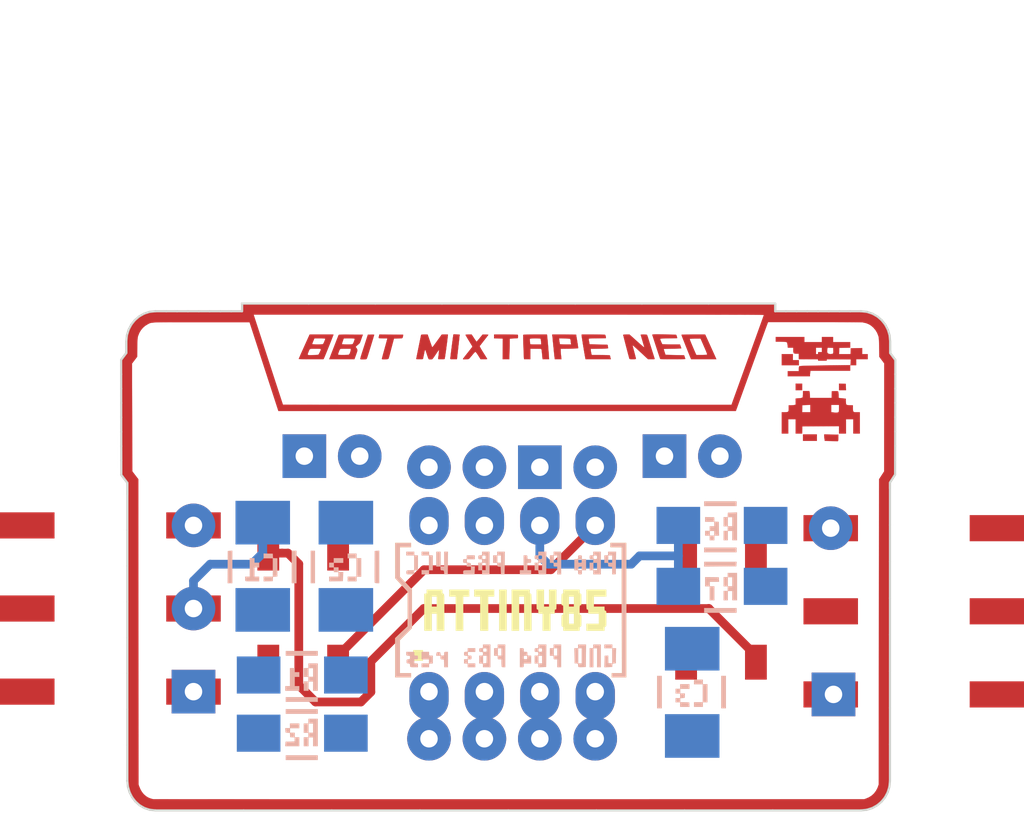
<source format=kicad_pcb>
(kicad_pcb (version 4) (host pcbnew 4.0.7-e0-6372~58~ubuntu16.04.1)
  (layers (0 F.Cu signal) (31 B.Cu signal) (34 B.Paste user) (35 F.Paste user) (36 B.SilkS user) (37 F.SilkS user) (38 B.Mask user hide) (39 F.Mask user) (44 Edge.Cuts user))
  (net 0 "")
  (net 1 "Net-(C1-Pad2)")
  (net 2 VCC)
  (net 3 GND)
  (net 4 "Net-(C3-Pad2)")
  (net 5 "Net-(D1-Pad2)")
  (net 6 "Net-(IC1-Pad6)")
  (net 7 "Net-(IC1-Pad7)")
  (net 8 "Net-(JACK2-Pad2)")
  (net 9 "Net-(IC1-Pad1)")
  (net 10 Prog)
  (net 11 NEO)
  (net 12 "Net-(NEO1-Pad2)")
  (net 13 CV_In)
  (net 14 "Net-(JACK2-Pad3)")
  (module 8BitMixtape_DIY-CAD:Loch_mixtape_seltsam (layer F.Cu) (at 88.265 54.483)
    (fp_text reference J4)
    (fp_text value GND)
    (pad 1 thru_hole rect (at 0 0) (size 2 2) (drill 0.8) (layers B.Cu B.Mask))
    (pad "" smd circle (at 0 0) (size 1 1) (layers F.Cu F.Paste F.Mask))
  )
  (module 8BitMixtape_DIY-CAD:Loch_mixtape_seltsam (layer F.Cu) (at 83.185 66.929)
    (fp_text reference J1)
    (fp_text value PB5)
    (pad 1 thru_hole circle (at 0 0) (size 2 2) (drill 0.8) (layers B.Cu B.Mask) (net 9 "Net-(IC1-Pad1)"))
    (pad "" smd circle (at 0 0) (size 1 1) (layers F.Cu F.Paste F.Mask))
  )
  (module 8BitMixtape_DIY-CAD:Loch_mixtape_seltsam (layer F.Cu) (at 85.725 66.929)
    (fp_text reference J2)
    (fp_text value PB3)
    (pad 1 thru_hole circle (at 0 0) (size 2 2) (drill 0.8) (layers B.Cu B.Mask))
    (pad "" smd circle (at 0 0) (size 1 1) (layers F.Cu F.Paste F.Mask))
  )
  (module 8BitMixtape_DIY-CAD:Loch_mixtape_seltsam (layer F.Cu) (at 88.265 66.929)
    (fp_text reference J3)
    (fp_text value PB4)
    (pad 1 thru_hole circle (at 0 0) (size 2 2) (drill 0.8) (layers B.Cu B.Mask))
    (pad "" smd circle (at 0 0) (size 1 1) (layers F.Cu F.Paste F.Mask))
  )
  (module 8BitMixtape_DIY-CAD:Loch_mixtape_seltsam (layer F.Cu) (at 90.805 54.483)
    (fp_text reference J5)
    (fp_text value PB0)
    (pad 1 thru_hole circle (at 0 0) (size 2 2) (drill 0.8) (layers B.Cu B.Mask))
    (pad "" smd circle (at 0 0) (size 1 1) (layers F.Cu F.Paste F.Mask))
  )
  (module 8BitMixtape_DIY-CAD:Loch_mixtape_seltsam (layer F.Cu) (at 90.805 66.929)
    (fp_text reference J4)
    (fp_text value GND)
    (pad 1 thru_hole circle (at 0 0) (size 2 2) (drill 0.8) (layers B.Cu B.Mask))
    (pad "" smd circle (at 0 0) (size 1 1) (layers F.Cu F.Paste F.Mask))
  )
  (module 8BitMixtape_DIY-CAD:GND_Loch_mixtape (layer F.Cu) (at 72.39 64.77)
    (fp_text reference J4)
    (fp_text value GND)
    (pad 1 thru_hole rect (at 0 0) (size 2 2) (drill 0.8) (layers *.Cu *.Mask))
  )
  (module 8BitMixtape_DIY-CAD:GND_Loch_mixtape (layer F.Cu) (at 93.98 53.975)
    (fp_text reference J4)
    (fp_text value GND)
    (pad 1 thru_hole rect (at 0 0) (size 2 2) (drill 0.8) (layers *.Cu *.Mask))
  )
  (module 8BitMixtape_DIY-CAD:GND_Loch_mixtape (layer F.Cu) (at 101.727 64.897)
    (fp_text reference J4)
    (fp_text value GND)
    (pad 1 thru_hole rect (at 0 0) (size 2 2) (drill 0.8) (layers *.Cu *.Mask))
  )
  (module 8BitMixtape_DIY-CAD:GND_Loch_mixtape (layer F.Cu) (at 77.47 53.975)
    (fp_text reference J4)
    (fp_text value GND)
    (pad 1 thru_hole rect (at 0 0) (size 2 2) (drill 0.8) (layers *.Cu *.Mask))
  )
  (module 8BitMixtape_DIY-CAD:Loch_mixtape (layer F.Cu) (at 101.6 57.277)
    (fp_text reference J10)
    (fp_text value S-Out)
    (pad 1 thru_hole circle (at 0 0) (size 2 2) (drill 0.8) (layers *.Cu *.Mask))
  )
  (module 8BitMixtape_DIY-CAD:Loch_mixtape (layer F.Cu) (at 96.52 53.975)
    (fp_text reference J11)
    (fp_text value LED)
    (pad 1 thru_hole circle (at 0 0) (size 2 2) (drill 0.8) (layers *.Cu *.Mask))
  )
  (module 8BitMixtape_DIY-CAD:Loch_mixtape (layer F.Cu) (at 72.39 57.15)
    (fp_text reference J3)
    (fp_text value PB4)
    (pad 1 thru_hole circle (at 0 0) (size 2 2) (drill 0.8) (layers *.Cu *.Mask))
  )
  (module 8BitMixtape_DIY-CAD:Loch_mixtape (layer F.Cu) (at 72.39 60.96)
    (fp_text reference J9)
    (fp_text value Prog)
    (pad 1 thru_hole circle (at 0 0) (size 2 2) (drill 0.8) (layers *.Cu *.Mask) (net 1 "Net-(C1-Pad2)"))
  )
  (module 8BitMixtape_DIY-CAD:Loch_mixtape (layer F.Cu) (at 80.01 53.975)
    (fp_text reference J8)
    (fp_text value VCC)
    (pad 1 thru_hole circle (at 0 0) (size 2 2) (drill 0.8) (layers *.Cu *.Mask))
  )
  (module 8BitMixtape_DIY-CAD:Mixtape_NEO_WS2812B (layer F.Cu) (at 96.571 60.92 270)
    (fp_text reference NEO2)
    (fp_text value SK6813b)
    (pad 3 smd rect (at 2.5 1.6 270) (size 1.6 1) (layers F.Cu F.Paste F.Mask))
    (pad 4 smd rect (at 2.5 -1.6 270) (size 1.6 1) (layers F.Cu F.Paste F.Mask) (net 12 "Net-(NEO1-Pad2)"))
    (pad 2 smd rect (at -2.5 1.6 270) (size 1.6 1) (layers F.Cu F.Paste F.Mask))
    (pad 1 smd rect (at -2.5 -1.6 270) (size 1.6 1) (layers F.Cu F.Paste F.Mask))
  )
  (module 8BitMixtape_DIY-CAD:Mixtape_NEO_WS2812B (layer F.Cu) (at 77.419 60.92 270)
    (fp_text reference NEO1)
    (fp_text value SK6813b)
    (pad 3 smd rect (at 2.5 1.6 270) (size 1.6 1) (layers F.Cu F.Paste F.Mask))
    (pad 4 smd rect (at 2.5 -1.6 270) (size 1.6 1) (layers F.Cu F.Paste F.Mask) (net 11 NEO))
    (pad 2 smd rect (at -2.5 1.6 270) (size 1.6 1) (layers F.Cu F.Paste F.Mask) (net 12 "Net-(NEO1-Pad2)"))
    (pad 1 smd rect (at -2.5 -1.6 270) (size 1.6 1) (layers F.Cu F.Paste F.Mask))
  )
  (module 8BitMixtape_DIY-CAD:AUDIO-JACK-3.5mm_SMD_noPrint (layer F.Cu) (at 105.41 67.437 90)
    (fp_text reference JACK2)
    (fp_text value JACK_TRS_6PINS)
    (pad 1 smd rect (at 2.54 -3.81 90) (size 1.19888 2.49936) (layers F.Cu F.Paste F.Mask))
    (pad 3 smd rect (at 6.35 -3.81 90) (size 1.19888 2.49936) (layers F.Cu F.Paste F.Mask))
    (pad 2 smd rect (at 10.16 -3.81 90) (size 1.19888 2.49936) (layers F.Cu F.Paste F.Mask))
    (pad 3 smd rect (at 6.35 3.81 90) (size 1.19888 2.49936) (layers F.Cu F.Paste F.Mask))
    (pad 1 smd rect (at 2.54 3.81 90) (size 1.19888 2.49936) (layers F.Cu F.Paste F.Mask))
    (pad 2 smd rect (at 10.16 3.81 90) (size 1.19888 2.49936) (layers F.Cu F.Paste F.Mask))
  )
  (module 8BitMixtape_DIY-CAD:AUDIO-JACK-3.5mm_SMD_noPrint (layer F.Cu) (at 68.58 67.31 90)
    (fp_text reference JACK1)
    (fp_text value JACK_TRS_6PINS)
    (pad 1 smd rect (at 2.54 -3.81 90) (size 1.19888 2.49936) (layers F.Cu F.Paste F.Mask))
    (pad 3 smd rect (at 6.35 -3.81 90) (size 1.19888 2.49936) (layers F.Cu F.Paste F.Mask))
    (pad 2 smd rect (at 10.16 -3.81 90) (size 1.19888 2.49936) (layers F.Cu F.Paste F.Mask))
    (pad 3 smd rect (at 6.35 3.81 90) (size 1.19888 2.49936) (layers F.Cu F.Paste F.Mask))
    (pad 1 smd rect (at 2.54 3.81 90) (size 1.19888 2.49936) (layers F.Cu F.Paste F.Mask))
    (pad 2 smd rect (at 10.16 3.81 90) (size 1.19888 2.49936) (layers F.Cu F.Paste F.Mask))
  )
  (module 8BitMixtape_DIY-CAD:R_1206_Mixtape (layer B.Cu) (at 96.615 59.944 180)
    (fp_text reference R7)
    (fp_text value 330)
    (pad 1 smd rect (at -2 0 180) (size 2 1.7) (layers B.Cu B.Paste B.Mask))
    (pad 2 smd rect (at 2 0 180) (size 2 1.7) (layers B.Cu B.Paste B.Mask) (net 6 "Net-(IC1-Pad6)"))
  )
  (module 8BitMixtape_DIY-CAD:R_1206_Mixtape (layer B.Cu) (at 96.615 57.15)
    (fp_text reference R6)
    (fp_text value 1K)
    (pad 1 smd rect (at -2 0) (size 2 1.7) (layers B.Cu B.Paste B.Mask) (net 6 "Net-(IC1-Pad6)"))
    (pad 2 smd rect (at 2 0) (size 2 1.7) (layers B.Cu B.Paste B.Mask))
  )
  (module 8BitMixtape_DIY-CAD:R_1206_Mixtape (layer B.Cu) (at 77.375 66.675)
    (fp_text reference R2)
    (fp_text value 22K)
    (pad 1 smd rect (at -2 0) (size 2 1.7) (layers B.Cu B.Paste B.Mask))
    (pad 2 smd rect (at 2 0) (size 2 1.7) (layers B.Cu B.Paste B.Mask))
  )
  (module 8BitMixtape_DIY-CAD:R_1206_Mixtape (layer B.Cu) (at 77.375 64.008 180)
    (fp_text reference R1)
    (fp_text value 22K)
    (pad 1 smd rect (at -2 0 180) (size 2 1.7) (layers B.Cu B.Paste B.Mask))
    (pad 2 smd rect (at 2 0 180) (size 2 1.7) (layers B.Cu B.Paste B.Mask))
  )
  (module 8BitMixtape_DIY-CAD:C_1210_MixtapeStyle (layer B.Cu) (at 95.25 64.802 90)
    (fp_text reference C3)
    (fp_text value 100nF)
    (pad 1 smd rect (at -2 0 90) (size 2 2.5) (layers B.Cu B.Paste B.Mask))
    (pad 2 smd rect (at 2 0 90) (size 2 2.5) (layers B.Cu B.Paste B.Mask))
  )
  (module 8BitMixtape_DIY-CAD:C_1210_MixtapeStyle (layer B.Cu) (at 79.375 59.023 270)
    (fp_text reference C2)
    (fp_text value 100nF)
    (pad 1 smd rect (at -2 0 270) (size 2 2.5) (layers B.Cu B.Paste B.Mask))
    (pad 2 smd rect (at 2 0 270) (size 2 2.5) (layers B.Cu B.Paste B.Mask))
  )
  (module 8BitMixtape_DIY-CAD:C_1210_MixtapeStyle (layer B.Cu) (at 75.565 59.023 90)
    (fp_text reference C1)
    (fp_text value 100nF)
    (pad 1 smd rect (at -2 0 90) (size 2 2.5) (layers B.Cu B.Paste B.Mask))
    (pad 2 smd rect (at 2 0 90) (size 2 2.5) (layers B.Cu B.Paste B.Mask) (net 1 "Net-(C1-Pad2)"))
  )
  (module 8BitMixtape_DIY-CAD:MicroMixtape_edge (layer F.Cu) (at 86.995 52.07)
    (fp_text reference "" (at 0 0) (layer F.SilkS))
    (fp_text value "" (at 0 0) (layer F.SilkS))
    (fp_poly (pts (xy 12.0523 -4.7371) (xy 14.020301 -4.7371) (xy 14.328606 -4.737008) (xy 14.613052 -4.73673) (xy 14.873501 -4.736268) (xy 15.109817 -4.735623) (xy 15.321861 -4.734796) (xy 15.509494 -4.733788) (xy 15.67258 -4.732599) (xy 15.81098 -4.73123) (xy 15.924555 -4.729683) (xy 16.013169 -4.727958) (xy 16.076683 -4.726055) (xy 16.11496 -4.723977) (xy 16.118976 -4.723603) (xy 16.294187 -4.693062) (xy 16.461882 -4.639327) (xy 16.620178 -4.563976) (xy 16.76719 -4.468583) (xy 16.901032 -4.354724) (xy 17.019821 -4.223975) (xy 17.121672 -4.077912) (xy 17.204699 -3.918109) (xy 17.259954 -3.76978) (xy 17.278074 -3.706416) (xy 17.292476 -3.643987) (xy 17.303548 -3.578505) (xy 17.311678 -3.50598) (xy 17.317253 -3.422425) (xy 17.320661 -3.323849) (xy 17.32229 -3.206265) (xy 17.322574 -3.12555) (xy 17.3228 -2.828449) (xy 17.44504 -2.664873) (xy 17.56728 -2.501296) (xy 17.557772 0.129194) (xy 17.548265 2.759683) (xy 17.322799 3.109825) (xy 17.322529 9.946437) (xy 17.322502 10.453381) (xy 17.32246 10.935537) (xy 17.322401 11.393518) (xy 17.322324 11.827934) (xy 17.322228 12.2394) (xy 17.322111 12.628526) (xy 17.321971 12.995924) (xy 17.321806 13.342208) (xy 17.321615 13.667989) (xy 17.321397 13.973879) (xy 17.321149 14.260491) (xy 17.320871 14.528436) (xy 17.32056 14.778327) (xy 17.320216 15.010775) (xy 17.319835 15.226394) (xy 17.319417 15.425794) (xy 17.318961 15.609589) (xy 17.318464 15.77839) (xy 17.317925 15.93281) (xy 17.317343 16.07346) (xy 17.316715 16.200953) (xy 17.31604 16.315902) (xy 17.315317 16.418917) (xy 17.314544 16.510611) (xy 17.313719 16.591597) (xy 17.312842 16.662486) (xy 17.311909 16.72389) (xy 17.310919 16.776423) (xy 17.309872 16.820695) (xy 17.308765 16.85732) (xy 17.307597 16.886908) (xy 17.306366 16.910073) (xy 17.305071 16.927427) (xy 17.304244 16.93545) (xy 17.270339 17.120823) (xy 17.214562 17.295073) (xy 17.138271 17.456841) (xy 17.042826 17.604768) (xy 16.929584 17.737496) (xy 16.799905 17.853666) (xy 16.655148 17.951919) (xy 16.49667 18.030897) (xy 16.325831 18.089241) (xy 16.143989 18.125593) (xy 16.10995 18.129722) (xy 16.089173 18.130607) (xy 16.043596 18.13147) (xy 15.973804 18.132311) (xy 15.880381 18.133131) (xy 15.763913 18.133929) (xy 15.624983 18.134706) (xy 15.464178 18.135461) (xy 15.282082 18.136195) (xy 15.07928 18.136907) (xy 14.856356 18.137597) (xy 14.613896 18.138267) (xy 14.352485 18.138914) (xy 14.072708 18.139541) (xy 13.775148 18.140146) (xy 13.460393 18.14073) (xy 13.129025 18.141292) (xy 12.78163 18.141833) (xy 12.418794 18.142353) (xy 12.0411 18.142851) (xy 11.649135 18.143329) (xy 11.243482 18.143785) (xy 10.824726 18.14422) (xy 10.393454 18.144634) (xy 9.950248 18.145026) (xy 9.495695 18.145398) (xy 9.03038 18.145748) (xy 8.554886 18.146078) (xy 8.0698 18.146386) (xy 7.575705 18.146673) (xy 7.073187 18.14694) (xy 6.562831 18.147185) (xy 6.045222 18.14741) (xy 5.520944 18.147613) (xy 4.990583 18.147796) (xy 4.454723 18.147958) (xy 3.91395 18.148099) (xy 3.368847 18.148219) (xy 2.820001 18.148319) (xy 2.267996 18.148397) (xy 1.713416 18.148455) (xy 1.156848 18.148492) (xy 0.598875 18.148509) (xy 0.040082 18.148505) (xy -0.518944 18.14848) (xy -1.077621 18.148434) (xy -1.635362 18.148368) (xy -2.191583 18.148282) (xy -2.745699 18.148175) (xy -3.297125 18.148047) (xy -3.845276 18.147899) (xy -4.389567 18.14773) (xy -4.929413 18.147541) (xy -5.46423 18.147331) (xy -5.993432 18.147101) (xy -6.516435 18.146851) (xy -7.032654 18.14658) (xy -7.541503 18.146289) (xy -8.042398 18.145978) (xy -8.534754 18.145646) (xy -9.017986 18.145295) (xy -9.49151 18.144922) (xy -9.954739 18.14453) (xy -10.40709 18.144118) (xy -10.847978 18.143685) (xy -11.276817 18.143232) (xy -11.693022 18.142759) (xy -12.09601 18.142266) (xy -12.485194 18.141753) (xy -12.85999 18.14122) (xy -13.219813 18.140667) (xy -13.564079 18.140094) (xy -13.892201 18.139501) (xy -14.203596 18.138887) (xy -14.497679 18.138254) (xy -14.773863 18.137602) (xy -15.031566 18.136929) (xy -15.270201 18.136236) (xy -15.489184 18.135524) (xy -15.68793 18.134792) (xy -15.865854 18.13404) (xy -16.022371 18.133268) (xy -16.156897 18.132476) (xy -16.268845 18.131665) (xy -16.357632 18.130834) (xy -16.422673 18.129984) (xy -16.463382 18.129113) (xy -16.47825 18.128379) (xy -16.654355 18.095136) (xy -16.820731 18.039105) (xy -16.975946 17.961506) (xy -17.118568 17.863557) (xy -17.247164 17.746477) (xy -17.360301 17.611486) (xy -17.456547 17.459803) (xy -17.53447 17.292647) (xy -17.566592 17.20215) (xy -17.571853 17.186283) (xy -17.576856 17.171983) (xy -17.581608 17.158609) (xy -17.586115 17.145523) (xy -17.590385 17.132086) (xy -17.594423 17.117659) (xy -17.598235 17.101605) (xy -17.601829 17.083282) (xy -17.605211 17.062054) (xy -17.608387 17.037281) (xy -17.611364 17.008325) (xy -17.614148 16.974546) (xy -17.616745 16.935307) (xy -17.619163 16.889967) (xy -17.621407 16.837889) (xy -17.623484 16.778433) (xy -17.6254 16.710961) (xy -17.627163 16.634834) (xy -17.628777 16.549413) (xy -17.630251 16.45406) (xy -17.63159 16.348136) (xy -17.632801 16.231001) (xy -17.63389 16.102017) (xy -17.634863 15.960546) (xy -17.635728 15.805949) (xy -17.63649 15.637586) (xy -17.637157 15.454819) (xy -17.637733 15.257009) (xy -17.638227 15.043518) (xy -17.638645 14.813707) (xy -17.638992 14.566936) (xy -17.639276 14.302568) (xy -17.639502 14.019963) (xy -17.639678 13.718482) (xy -17.639809 13.397487) (xy -17.639903 13.056339) (xy -17.639966 12.6944) (xy -17.640003 12.31103) (xy -17.640022 11.90559) (xy -17.64003 11.477443) (xy -17.640031 11.025948) (xy -17.640034 10.550468) (xy -17.640044 10.050363) (xy -17.640048 9.940029) (xy -17.6403 3.122408) (xy -17.910324 2.768382) (xy -17.922493 -2.339264) (xy -17.4244 -2.339264) (xy -17.424396 -1.687157) (xy -17.424332 -1.594192) (xy -17.424148 -1.478012) (xy -17.423851 -1.340802) (xy -17.423448 -1.184746) (xy -17.422947 -1.012029) (xy -17.422355 -0.824835) (xy -17.42168 -0.625351) (xy -17.420929 -0.415759) (xy -17.420109 -0.198245) (xy -17.419229 0.025006) (xy -17.418295 0.25181) (xy -17.417316 0.479982) (xy -17.416298 0.707337) (xy -17.415939 0.785123) (xy -17.407488 2.605297) (xy -17.270073 2.785373) (xy -17.132657 2.96545) (xy -17.129191 9.96315) (xy -17.125726 16.96085) (xy -17.097887 17.03935) (xy -17.038202 17.181795) (xy -16.967016 17.30313) (xy -16.882516 17.405724) (xy -16.782892 17.491944) (xy -16.71955 17.534122) (xy -16.660841 17.564469) (xy -16.590582 17.593025) (xy -16.51911 17.616109) (xy -16.456759 17.630039) (xy -16.4465 17.63138) (xy -16.432116 17.631573) (xy -16.392808 17.631761) (xy -16.329053 17.631947) (xy -16.24133 17.632128) (xy -16.130113 17.632305) (xy -15.99588 17.632478) (xy -15.839108 17.632647) (xy -15.660273 17.632812) (xy -15.459853 17.632973) (xy -15.238324 17.633129) (xy -14.996163 17.63328) (xy -14.733846 17.633426) (xy -14.451851 17.633568) (xy -14.150654 17.633705) (xy -13.830733 17.633837) (xy -13.492563 17.633964) (xy -13.136622 17.634085) (xy -12.763386 17.634201) (xy -12.373333 17.634312) (xy -11.966939 17.634416) (xy -11.54468 17.634516) (xy -11.107034 17.634609) (xy -10.654478 17.634697) (xy -10.187487 17.634778) (xy -9.70654 17.634854) (xy -9.212113 17.634923) (xy -8.704682 17.634986) (xy -8.184724 17.635042) (xy -7.652717 17.635092) (xy -7.109136 17.635135) (xy -6.554459 17.635171) (xy -5.989163 17.6352) (xy -5.413724 17.635223) (xy -4.82862 17.635238) (xy -4.234326 17.635246) (xy -3.63132 17.635247) (xy -3.020078 17.63524) (xy -2.401078 17.635226) (xy -1.774795 17.635204) (xy -1.141708 17.635174) (xy -0.502292 17.635137) (xy -0.13335 17.635112) (xy 16.13535 17.63395) (xy 16.220375 17.60508) (xy 16.360051 17.54506) (xy 16.483431 17.465715) (xy 16.589787 17.367791) (xy 16.678388 17.252032) (xy 16.748508 17.119185) (xy 16.781585 17.031027) (xy 16.80845 16.94815) (xy 16.8148 9.956517) (xy 16.82115 2.964885) (xy 16.937886 2.785262) (xy 17.054623 2.605639) (xy 17.056926 0.129923) (xy 17.059229 -2.345794) (xy 16.946539 -2.496872) (xy 16.83385 -2.64795) (xy 16.825982 -3.07975) (xy 16.823779 -3.196715) (xy 16.821719 -3.29145) (xy 16.819567 -3.367125) (xy 16.817089 -3.426908) (xy 16.814049 -3.473968) (xy 16.810213 -3.511473) (xy 16.805345 -3.542591) (xy 16.799211 -3.570491) (xy 16.791577 -3.598341) (xy 16.786215 -3.616223) (xy 16.732093 -3.751255) (xy 16.655652 -3.877287) (xy 16.561289 -3.988187) (xy 16.458604 -4.077239) (xy 16.348748 -4.144796) (xy 16.227785 -4.192699) (xy 16.091776 -4.222786) (xy 16.04645 -4.228726) (xy 16.017314 -4.230526) (xy 15.96333 -4.232205) (xy 15.885047 -4.233758) (xy 15.783016 -4.235183) (xy 15.657787 -4.236476) (xy 15.509911 -4.237634) (xy 15.339939 -4.238654) (xy 15.14842 -4.239532) (xy 14.935906 -4.240266) (xy 14.702947 -4.240852) (xy 14.450093 -4.241287) (xy 14.177895 -4.241568) (xy 13.886904 -4.241691) (xy 13.833801 -4.241696) (xy 11.735452 -4.241801) (xy 11.718155 -4.206875) (xy 11.712026 -4.1913) (xy 11.697747 -4.153093) (xy 11.675777 -4.093517) (xy 11.646575 -4.013838) (xy 11.6106 -3.915319) (xy 11.568311 -3.799225) (xy 11.520166 -3.66682) (xy 11.466626 -3.519368) (xy 11.408149 -3.358134) (xy 11.345195 -3.184381) (xy 11.278221 -2.999374) (xy 11.207688 -2.804377) (xy 11.134054 -2.600655) (xy 11.057778 -2.389471) (xy 10.97932 -2.17209) (xy 10.978054 -2.16858) (xy 10.25525 -0.16521) (xy -10.712642 -0.1651) (xy -11.373899 -2.200275) (xy -12.035155 -4.23545) (xy -14.237653 -4.23545) (xy -14.519824 -4.235483) (xy -14.777763 -4.235548) (xy -15.012634 -4.235601) (xy -15.225607 -4.235596) (xy -15.417847 -4.235487) (xy -15.590521 -4.235227) (xy -15.744795 -4.234773) (xy -15.881838 -4.234076) (xy -16.002815 -4.233092) (xy -16.108893 -4.231775) (xy -16.201239 -4.230078) (xy -16.28102 -4.227957) (xy -16.349403 -4.225365) (xy -16.407554 -4.222256) (xy -16.456641 -4.218584) (xy -16.497829 -4.214304) (xy -16.532287 -4.20937) (xy -16.56118 -4.203736) (xy -16.585675 -4.197356) (xy -16.60694 -4.190185) (xy -16.62614 -4.182175) (xy -16.644444 -4.173283) (xy -16.663017 -4.163461) (xy -16.683026 -4.152664) (xy -16.705639 -4.140846) (xy -16.710722 -4.138283) (xy -16.824785 -4.067496) (xy -16.927933 -3.976188) (xy -17.0172 -3.867961) (xy -17.089623 -3.746416) (xy -17.142237 -3.615155) (xy -17.142841 -3.613194) (xy -17.151292 -3.584569) (xy -17.158141 -3.557446) (xy -17.163619 -3.528672) (xy -17.167954 -3.495092) (xy -17.171377 -3.453553) (xy -17.174118 -3.400901) (xy -17.176407 -3.333984) (xy -17.178473 -3.249646) (xy -17.180547 -3.144736) (xy -17.181727 -3.07975) (xy -17.18945 -2.64795) (xy -17.4244 -2.339264) (xy -17.922493 -2.339264) (xy -17.922896 -2.50825) (xy -17.800648 -2.668852) (xy -17.678401 -2.829454) (xy -17.678304 -3.126052) (xy -17.677539 -3.256619) (xy -17.675082 -3.365932) (xy -17.670547 -3.458102) (xy -17.663552 -3.537243) (xy -17.653712 -3.607466) (xy -17.640644 -3.672884) (xy -17.623962 -3.737609) (xy -17.619874 -3.751807) (xy -17.556941 -3.92393) (xy -17.473426 -4.08362) (xy -17.371139 -4.229342) (xy -17.251889 -4.359561) (xy -17.117486 -4.472741) (xy -16.969742 -4.567346) (xy -16.932639 -4.5847) (xy -11.850812 -4.5847) (xy -11.841807 -4.556125) (xy -11.832437 -4.526778) (xy -11.816052 -4.475907) (xy -11.793147 -4.405031) (xy -11.764213 -4.315666) (xy -11.729746 -4.209327) (xy -11.690237 -4.087531) (xy -11.64618 -3.951794) (xy -11.598069 -3.803633) (xy -11.546398 -3.644564) (xy -11.491658 -3.476104) (xy -11.434344 -3.299767) (xy -11.374949 -3.117072) (xy -11.313967 -2.929534) (xy -11.25189 -2.738669) (xy -11.189213 -2.545994) (xy -11.126428 -2.353025) (xy -11.064029 -2.161278) (xy -11.002509 -1.97227) (xy -10.942362 -1.787517) (xy -10.88408 -1.608535) (xy -10.828158 -1.436841) (xy -10.775088 -1.27395) (xy -10.725364 -1.12138) (xy -10.67948 -0.980646) (xy -10.637928 -0.853265) (xy -10.601203 -0.740753) (xy -10.569796 -0.644626) (xy -10.544203 -0.566401) (xy -10.524915 -0.507594) (xy -10.512427 -0.469722) (xy -10.507232 -0.4543) (xy -10.50712 -0.454025) (xy -10.494234 -0.453553) (xy -10.456546 -0.453086) (xy -10.394655 -0.452625) (xy -10.309158 -0.452171) (xy -10.200653 -0.451725) (xy -10.069739 -0.451287) (xy -9.917013 -0.450857) (xy -9.743075 -0.450436) (xy -9.548521 -0.450025) (xy -9.33395 -0.449624) (xy -9.09996 -0.449234) (xy -8.847149 -0.448856) (xy -8.576115 -0.448489) (xy -8.287457 -0.448135) (xy -7.981773 -0.447793) (xy -7.659659 -0.447465) (xy -7.321716 -0.447152) (xy -6.968541 -0.446853) (xy -6.600731 -0.446569) (xy -6.218885 -0.446301) (xy -5.823602 -0.446049) (xy -5.415478 -0.445814) (xy -4.995113 -0.445596) (xy -4.563105 -0.445397) (xy -4.120051 -0.445216) (xy -3.66655 -0.445054) (xy -3.203199 -0.444911) (xy -2.730597 -0.444789) (xy -2.249342 -0.444688) (xy -1.760033 -0.444608) (xy -1.263266 -0.444549) (xy -0.759641 -0.444513) (xy -0.249755 -0.444501) (xy -0.222743 -0.4445) (xy 10.055915 -0.4445) (xy 10.068188 -0.479425) (xy 10.073773 -0.494987) (xy 10.087537 -0.533176) (xy 10.109024 -0.592732) (xy 10.137777 -0.672395) (xy 10.173343 -0.770904) (xy 10.215266 -0.886999) (xy 10.26309 -1.019419) (xy 10.316361 -1.166904) (xy 10.374623 -1.328194) (xy 10.437421 -1.502028) (xy 10.5043 -1.687146) (xy 10.574803 -1.882287) (xy 10.648477 -2.086192) (xy 10.724866 -2.297598) (xy 10.803515 -2.515247) (xy 10.80787 -2.5273) (xy 10.886536 -2.745023) (xy 10.962899 -2.956438) (xy 11.03651 -3.160297) (xy 11.106918 -3.35535) (xy 11.173672 -3.540347) (xy 11.236324 -3.714037) (xy 11.294421 -3.875172) (xy 11.347514 -4.022502) (xy 11.395152 -4.154776) (xy 11.436885 -4.270744) (xy 11.472263 -4.369158) (xy 11.500834 -4.448766) (xy 11.522149 -4.50832) (xy 11.535758 -4.546569) (xy 11.541209 -4.562264) (xy 11.541271 -4.562475) (xy 11.54085 -4.563721) (xy 11.538582 -4.56492) (xy 11.533986 -4.566072) (xy 11.526581 -4.567179) (xy 11.515886 -4.568241) (xy 11.50142 -4.569259) (xy 11.482702 -4.570235) (xy 11.459252 -4.571169) (xy 11.430588 -4.572062) (xy 11.39623 -4.572915) (xy 11.355696 -4.573728) (xy 11.308506 -4.574504) (xy 11.254179 -4.575242) (xy 11.192234 -4.575944) (xy 11.12219 -4.57661) (xy 11.043565 -4.577242) (xy 10.95588 -4.57784) (xy 10.858653 -4.578406) (xy 10.751403 -4.57894) (xy 10.63365 -4.579442) (xy 10.504912 -4.579915) (xy 10.364709 -4.580359) (xy 10.212559 -4.580775) (xy 10.047982 -4.581163) (xy 9.870497 -4.581525) (xy 9.679622 -4.581862) (xy 9.474878 -4.582174) (xy 9.255783 -4.582463) (xy 9.021855 -4.582729) (xy 8.772615 -4.582973) (xy 8.507582 -4.583197) (xy 8.226273 -4.5834) (xy 7.92821 -4.583585) (xy 7.612909 -4.583751) (xy 7.279892 -4.583901) (xy 6.928676 -4.584034) (xy 6.558781 -4.584151) (xy 6.169725 -4.584255) (xy 5.761029 -4.584344) (xy 5.332211 -4.584421) (xy 4.88279 -4.584487) (xy 4.412285 -4.584541) (xy 3.920216 -4.584586) (xy 3.406101 -4.584622) (xy 2.869459 -4.58465) (xy 2.30981 -4.584671) (xy 1.726672 -4.584685) (xy 1.119566 -4.584694) (xy 0.488009 -4.584699) (xy -0.151775 -4.5847) (xy -11.850812 -4.5847) (xy -16.932639 -4.5847) (xy -16.810466 -4.641842) (xy -16.641468 -4.694692) (xy -16.474577 -4.723345) (xy -16.441225 -4.725506) (xy -16.383916 -4.727479) (xy -16.302521 -4.729265) (xy -16.196915 -4.730866) (xy -16.066969 -4.732283) (xy -15.912555 -4.733515) (xy -15.733548 -4.734564) (xy -15.529819 -4.735431) (xy -15.30124 -4.736116) (xy -15.047685 -4.736621) (xy -14.769026 -4.736946) (xy -14.465135 -4.737092) (xy -14.363202 -4.7371) (xy -12.3825 -4.7371) (xy -12.3825 -5.08) (xy 12.0523 -5.08) (xy 12.0523 -4.7371)) (layer F.Cu) (width 0.01))
    (fp_poly (pts (xy -6.359734 -3.667378) (xy -6.335173 -3.663783) (xy -6.325266 -3.657406) (xy -6.3246 -3.654361) (xy -6.328241 -3.639034) (xy -6.338534 -3.602542) (xy -6.354536 -3.547958) (xy -6.375301 -3.478356) (xy -6.399886 -3.396807) (xy -6.427348 -3.306385) (xy -6.456741 -3.210163) (xy -6.487123 -3.111212) (xy -6.517548 -3.012607) (xy -6.547073 -2.91742) (xy -6.574753 -2.828724) (xy -6.599645 -2.749592) (xy -6.620805 -2.683096) (xy -6.637288 -2.632309) (xy -6.648151 -2.600305) (xy -6.649897 -2.595548) (xy -6.664524 -2.562716) (xy -6.68196 -2.545858) (xy -6.711739 -2.537568) (xy -6.727548 -2.535223) (xy -6.779509 -2.53053) (xy -6.837474 -2.528951) (xy -6.891723 -2.530437) (xy -6.932537 -2.53494) (xy -6.938571 -2.536285) (xy -6.946177 -2.53897) (xy -6.951646 -2.543977) (xy -6.954449 -2.553307) (xy -6.954059 -2.568963) (xy -6.949948 -2.592947) (xy -6.941588 -2.62726) (xy -6.928452 -2.673903) (xy -6.910011 -2.73488) (xy -6.885738 -2.812192) (xy -6.855105 -2.90784) (xy -6.817584 -3.023827) (xy -6.777463 -3.147343) (xy -6.60952 -3.66395) (xy -6.46706 -3.667541) (xy -6.40251 -3.668521) (xy -6.359734 -3.667378)) (layer F.Cu) (width 0.01))
    (fp_poly (pts (xy -4.99745 -3.66395) (xy -4.99977 -3.610835) (xy -5.006437 -3.568315) (xy -5.019938 -3.531074) (xy -5.023237 -3.525442) (xy -5.032259 -3.512905) (xy -5.043017 -3.504035) (xy -5.059786 -3.498094) (xy -5.086842 -3.494345) (xy -5.128459 -3.492048) (xy -5.18891 -3.490467) (xy -5.230468 -3.489658) (xy -5.41655 -3.48615) (xy -5.474575 -3.27025) (xy -5.498229 -3.181617) (xy -5.525513 -3.078375) (xy -5.553801 -2.97053) (xy -5.580461 -2.868091) (xy -5.593868 -2.816167) (xy -5.613657 -2.741016) (xy -5.632274 -2.673603) (xy -5.648499 -2.618093) (xy -5.661113 -2.578647) (xy -5.668896 -2.559429) (xy -5.669193 -2.558996) (xy -5.687419 -2.55028) (xy -5.724261 -2.542509) (xy -5.772937 -2.536272) (xy -5.826667 -2.532159) (xy -5.878668 -2.53076) (xy -5.92216 -2.532662) (xy -5.940425 -2.535424) (xy -5.962722 -2.546017) (xy -5.968998 -2.556759) (xy -5.965701 -2.572174) (xy -5.956338 -2.609089) (xy -5.941704 -2.664549) (xy -5.922592 -2.735598) (xy -5.899794 -2.819279) (xy -5.874106 -2.912638) (xy -5.854179 -2.9845) (xy -5.826339 -3.084834) (xy -5.800284 -3.179217) (xy -5.776907 -3.264379) (xy -5.7571 -3.337052) (xy -5.741755 -3.393966) (xy -5.731765 -3.431852) (xy -5.728531 -3.444875) (xy -5.7177 -3.4925) (xy -5.860628 -3.4925) (xy -5.925357 -3.493233) (xy -5.987107 -3.49521) (xy -6.037623 -3.498102) (xy -6.062293 -3.500551) (xy -6.090709 -3.50442) (xy -6.107729 -3.509894) (xy -6.114659 -3.521979) (xy -6.112807 -3.545684) (xy -6.103478 -3.586014) (xy -6.094201 -3.622811) (xy -6.082248 -3.670572) (xy -4.99745 -3.66395)) (layer F.Cu) (width 0.01))
    (fp_poly (pts (xy -3.850836 -3.603625) (xy -3.838419 -3.569079) (xy -3.819732 -3.51616) (xy -3.796755 -3.450518) (xy -3.771469 -3.377804) (xy -3.753811 -3.326755) (xy -3.729426 -3.257016) (xy -3.707103 -3.194895) (xy -3.688442 -3.144708) (xy -3.67504 -3.110769) (xy -3.669138 -3.098155) (xy -3.664307 -3.09221) (xy -3.658401 -3.090285) (xy -3.649833 -3.094298) (xy -3.637014 -3.106169) (xy -3.618354 -3.127816) (xy -3.592264 -3.16116) (xy -3.557156 -3.208118) (xy -3.51144 -3.27061) (xy -3.453528 -3.350555) (xy -3.408347 -3.413125) (xy -3.222744 -3.6703) (xy -2.943119 -3.6703) (xy -2.951945 -3.578225) (xy -2.958533 -3.51498) (xy -2.967467 -3.437297) (xy -2.9783 -3.348402) (xy -2.990587 -3.251522) (xy -3.003881 -3.149883) (xy -3.017737 -3.046711) (xy -3.031709 -2.945233) (xy -3.045351 -2.848676) (xy -3.058218 -2.760265) (xy -3.069863 -2.683227) (xy -3.07984 -2.620789) (xy -3.087705 -2.576177) (xy -3.09301 -2.552616) (xy -3.093999 -2.550195) (xy -3.108217 -2.546055) (xy -3.141053 -2.543005) (xy -3.186451 -2.541056) (xy -3.238359 -2.540223) (xy -3.290722 -2.54052) (xy -3.337487 -2.54196) (xy -3.3726 -2.544556) (xy -3.390007 -2.548323) (xy -3.390886 -2.549525) (xy -3.389335 -2.564805) (xy -3.385063 -2.600721) (xy -3.378631 -2.652723) (xy -3.370597 -2.716258) (xy -3.365584 -2.755363) (xy -3.357514 -2.823829) (xy -3.351934 -2.88322) (xy -3.349158 -2.929009) (xy -3.349503 -2.956671) (xy -3.351137 -2.962517) (xy -3.361011 -2.955742) (xy -3.382215 -2.930458) (xy -3.412546 -2.889651) (xy -3.449799 -2.836307) (xy -3.491769 -2.77341) (xy -3.49928 -2.761882) (xy -3.555701 -2.676904) (xy -3.601904 -2.611422) (xy -3.637278 -2.566251) (xy -3.66121 -2.542205) (xy -3.666968 -2.538853) (xy -3.705288 -2.531019) (xy -3.754723 -2.529152) (xy -3.801632 -2.533524) (xy -3.812646 -2.535953) (xy -3.824468 -2.547161) (xy -3.839805 -2.576582) (xy -3.859427 -2.626056) (xy -3.8841 -2.697424) (xy -3.898239 -2.740855) (xy -3.920411 -2.808912) (xy -3.940685 -2.869175) (xy -3.957502 -2.917157) (xy -3.969302 -2.948373) (xy -3.973603 -2.957641) (xy -3.982935 -2.965747) (xy -3.992374 -2.95937) (xy -4.002682 -2.936338) (xy -4.014621 -2.894481) (xy -4.028952 -2.831628) (xy -4.04441 -2.7559) (xy -4.057308 -2.691357) (xy -4.068934 -2.634502) (xy -4.078182 -2.590646) (xy -4.083946 -2.565099) (xy -4.084705 -2.562225) (xy -4.090146 -2.552715) (xy -4.102842 -2.546345) (xy -4.127108 -2.54251) (xy -4.167262 -2.540602) (xy -4.22762 -2.540013) (xy -4.242656 -2.54) (xy -4.301311 -2.54071) (xy -4.349401 -2.542644) (xy -4.382004 -2.545507) (xy -4.394198 -2.549006) (xy -4.3942 -2.549057) (xy -4.391744 -2.563445) (xy -4.384797 -2.599599) (xy -4.373992 -2.654406) (xy -4.359962 -2.724756) (xy -4.34334 -2.807536) (xy -4.32476 -2.899634) (xy -4.304854 -2.997938) (xy -4.284255 -3.099337) (xy -4.263597 -3.200717) (xy -4.243512 -3.298969) (xy -4.224634 -3.390978) (xy -4.207595 -3.473635) (xy -4.193029 -3.543826) (xy -4.181568 -3.598439) (xy -4.173846 -3.634364) (xy -4.170637 -3.648075) (xy -4.164868 -3.657794) (xy -4.151636 -3.664222) (xy -4.126507 -3.668015) (xy -4.085047 -3.669823) (xy -4.022821 -3.6703) (xy -3.875325 -3.6703) (xy -3.850836 -3.603625)) (layer F.Cu) (width 0.01))
    (fp_poly (pts (xy -1.747206 -3.5052) (xy -1.709505 -3.44853) (xy -1.676228 -3.400267) (xy -1.649977 -3.364051) (xy -1.633356 -3.343519) (xy -1.629203 -3.340229) (xy -1.618281 -3.349655) (xy -1.594363 -3.375664) (xy -1.560298 -3.414985) (xy -1.518934 -3.464349) (xy -1.4859 -3.504684) (xy -1.35255 -3.66901) (xy -1.222375 -3.669655) (xy -1.168119 -3.668856) (xy -1.125017 -3.666182) (xy -1.098319 -3.66208) (xy -1.0922 -3.658538) (xy -1.099655 -3.644755) (xy -1.120097 -3.615124) (xy -1.150646 -3.573627) (xy -1.188422 -3.52425) (xy -1.200092 -3.509313) (xy -1.250883 -3.444432) (xy -1.306635 -3.372943) (xy -1.360159 -3.304076) (xy -1.399601 -3.253112) (xy -1.491219 -3.134374) (xy -1.450356 -3.056262) (xy -1.430282 -3.020288) (xy -1.399458 -2.968033) (xy -1.360939 -2.904538) (xy -1.317782 -2.834842) (xy -1.276247 -2.769015) (xy -1.23514 -2.704009) (xy -1.199179 -2.646211) (xy -1.170457 -2.59906) (xy -1.151064 -2.565993) (xy -1.143091 -2.550448) (xy -1.143 -2.54994) (xy -1.154878 -2.546088) (xy -1.187224 -2.542931) (xy -1.235112 -2.540794) (xy -1.293612 -2.540001) (xy -1.294131 -2.54) (xy -1.445261 -2.54) (xy -1.551633 -2.708275) (xy -1.597543 -2.779161) (xy -1.632794 -2.829436) (xy -1.658756 -2.860862) (xy -1.676798 -2.8752) (xy -1.682425 -2.87655) (xy -1.701455 -2.866207) (xy -1.734073 -2.835706) (xy -1.779505 -2.78584) (xy -1.835038 -2.71978) (xy -1.879956 -2.665592) (xy -1.920409 -2.618177) (xy -1.953208 -2.581165) (xy -1.975166 -2.558185) (xy -1.981741 -2.552682) (xy -2.003119 -2.547026) (xy -2.042208 -2.541627) (xy -2.091658 -2.536978) (xy -2.144116 -2.533572) (xy -2.192232 -2.531903) (xy -2.228655 -2.532466) (xy -2.244815 -2.535015) (xy -2.250029 -2.538494) (xy -2.25165 -2.544456) (xy -2.248213 -2.554969) (xy -2.238255 -2.572099) (xy -2.220309 -2.597912) (xy -2.19291 -2.634474) (xy -2.154593 -2.683851) (xy -2.103893 -2.748111) (xy -2.039345 -2.829318) (xy -2.010107 -2.866023) (xy -1.956492 -2.933538) (xy -1.908557 -2.994342) (xy -1.868453 -3.04567) (xy -1.83833 -3.084758) (xy -1.820339 -3.108842) (xy -1.8161 -3.115384) (xy -1.822485 -3.127387) (xy -1.840411 -3.157929) (xy -1.868042 -3.20396) (xy -1.903536 -3.262429) (xy -1.945057 -3.330286) (xy -1.97485 -3.378705) (xy -2.019488 -3.451782) (xy -2.059273 -3.518239) (xy -2.092346 -3.574863) (xy -2.116849 -3.61844) (xy -2.130924 -3.645756) (xy -2.1336 -3.653219) (xy -2.127897 -3.66106) (xy -2.10842 -3.666222) (xy -2.071623 -3.669142) (xy -2.013959 -3.670254) (xy -1.994428 -3.6703) (xy -1.855255 -3.6703) (xy -1.747206 -3.5052)) (layer F.Cu) (width 0.01))
    (fp_poly (pts (xy -8.198148 -3.641725) (xy -8.206386 -3.617946) (xy -8.222708 -3.574556) (xy -8.24592 -3.514519) (xy -8.274827 -3.440798) (xy -8.308236 -3.356357) (xy -8.344952 -3.264159) (xy -8.383784 -3.16717) (xy -8.423535 -3.068351) (xy -8.463013 -2.970667) (xy -8.501024 -2.877083) (xy -8.536374 -2.79056) (xy -8.567869 -2.714064) (xy -8.594315 -2.650557) (xy -8.614519 -2.603004) (xy -8.627286 -2.574368) (xy -8.63084 -2.567556) (xy -8.650141 -2.54) (xy -9.214571 -2.54) (xy -9.355503 -2.540271) (xy -9.478335 -2.541065) (xy -9.581865 -2.542356) (xy -9.664891 -2.544118) (xy -9.726212 -2.546326) (xy -9.764627 -2.548953) (xy -9.778933 -2.551974) (xy -9.779 -2.552209) (xy -9.773886 -2.566152) (xy -9.759114 -2.601286) (xy -9.735545 -2.655682) (xy -9.704039 -2.727411) (xy -9.691106 -2.756617) (xy -9.372885 -2.756617) (xy -9.364558 -2.738887) (xy -9.341164 -2.72912) (xy -9.300175 -2.725257) (xy -9.239059 -2.725241) (xy -9.155289 -2.727015) (xy -9.147175 -2.727179) (xy -9.07232 -2.728943) (xy -9.004876 -2.731042) (xy -8.949538 -2.733293) (xy -8.911002 -2.735506) (xy -8.895133 -2.737184) (xy -8.877403 -2.748526) (xy -8.856245 -2.777452) (xy -8.82987 -2.826648) (xy -8.815758 -2.856252) (xy -8.789689 -2.911779) (xy -8.771706 -2.953392) (xy -8.764125 -2.983087) (xy -8.76926 -3.002862) (xy -8.789427 -3.014712) (xy -8.826942 -3.020633) (xy -8.884119 -3.022622) (xy -8.963275 -3.022676) (xy -9.008682 -3.0226) (xy -9.096921 -3.022731) (xy -9.163566 -3.021996) (xy -9.212408 -3.018704) (xy -9.247239 -3.011167) (xy -9.271852 -2.997694) (xy -9.290038 -2.976595) (xy -9.30559 -2.94618) (xy -9.322299 -2.904759) (xy -9.332762 -2.878163) (xy -9.354457 -2.824197) (xy -9.368675 -2.784368) (xy -9.372885 -2.756617) (xy -9.691106 -2.756617) (xy -9.665453 -2.814544) (xy -9.620649 -2.915151) (xy -9.570485 -3.027302) (xy -9.515821 -3.149069) (xy -9.48071 -3.227024) (xy -9.163806 -3.227024) (xy -9.14868 -3.222234) (xy -9.113089 -3.218412) (xy -9.06195 -3.215581) (xy -9.000181 -3.213762) (xy -8.932699 -3.212979) (xy -8.864422 -3.213254) (xy -8.800267 -3.214608) (xy -8.745151 -3.217065) (xy -8.703993 -3.220647) (xy -8.682998 -3.224832) (xy -8.66491 -3.237208) (xy -8.646505 -3.262785) (xy -8.625322 -3.305622) (xy -8.605971 -3.35192) (xy -8.586205 -3.402526) (xy -8.570666 -3.444635) (xy -8.56144 -3.472468) (xy -8.5598 -3.479888) (xy -8.572215 -3.48449) (xy -8.608349 -3.48813) (xy -8.666536 -3.490724) (xy -8.74511 -3.49219) (xy -8.811767 -3.4925) (xy -9.063733 -3.4925) (xy -9.118072 -3.366724) (xy -9.139503 -3.314152) (xy -9.155274 -3.269619) (xy -9.163619 -3.238524) (xy -9.163806 -3.227024) (xy -9.48071 -3.227024) (xy -9.457515 -3.278522) (xy -9.396429 -3.413731) (xy -9.33342 -3.552768) (xy -9.327629 -3.565525) (xy -9.280059 -3.6703) (xy -8.189789 -3.6703) (xy -8.198148 -3.641725)) (layer F.Cu) (width 0.01))
    (fp_poly (pts (xy -7.54408 -3.668712) (xy -7.41549 -3.668008) (xy -7.356453 -3.667602) (xy -6.845256 -3.66395) (xy -6.906987 -3.485049) (xy -6.929566 -3.420446) (xy -6.950067 -3.363322) (xy -6.966713 -3.31852) (xy -6.977726 -3.290879) (xy -6.980259 -3.285523) (xy -6.994697 -3.268589) (xy -7.023768 -3.240402) (xy -7.062412 -3.205756) (xy -7.083918 -3.18736) (xy -7.176034 -3.109821) (xy -7.152074 -3.075736) (xy -7.128864 -3.039372) (xy -7.106924 -3.000168) (xy -7.098372 -2.981022) (xy -7.093871 -2.961519) (xy -7.094202 -2.937979) (xy -7.100151 -2.906721) (xy -7.112499 -2.864065) (xy -7.132031 -2.806329) (xy -7.159528 -2.729835) (xy -7.17131 -2.697591) (xy -7.229016 -2.54) (xy -8.381362 -2.54) (xy -8.344748 -2.638425) (xy -8.334289 -2.665969) (xy -8.31604 -2.713411) (xy -8.305133 -2.741629) (xy -7.980979 -2.741629) (xy -7.966349 -2.737647) (xy -7.931172 -2.734576) (xy -7.880285 -2.732408) (xy -7.818522 -2.731135) (xy -7.750721 -2.73075) (xy -7.681717 -2.731244) (xy -7.616347 -2.732609) (xy -7.559447 -2.734838) (xy -7.515854 -2.737923) (xy -7.490402 -2.741856) (xy -7.488678 -2.74243) (xy -7.46475 -2.762854) (xy -7.440748 -2.802686) (xy -7.41917 -2.856066) (xy -7.402514 -2.91713) (xy -7.395023 -2.962138) (xy -7.387863 -3.0226) (xy -7.617193 -3.0226) (xy -7.692139 -3.022178) (xy -7.759156 -3.021007) (xy -7.81375 -3.019227) (xy -7.851429 -3.016982) (xy -7.867082 -3.014711) (xy -7.886758 -2.998559) (xy -7.906628 -2.970052) (xy -7.907804 -2.96783) (xy -7.924618 -2.930928) (xy -7.942393 -2.88502) (xy -7.959022 -2.83662) (xy -7.972397 -2.79224) (xy -7.980412 -2.758395) (xy -7.980979 -2.741629) (xy -8.305133 -2.741629) (xy -8.291281 -2.777462) (xy -8.261295 -2.854834) (xy -8.227362 -2.942235) (xy -8.190764 -3.036378) (xy -8.15278 -3.133971) (xy -8.117861 -3.223599) (xy -7.80279 -3.223599) (xy -7.788623 -3.220274) (xy -7.753164 -3.217382) (xy -7.700519 -3.215103) (xy -7.634795 -3.213617) (xy -7.562101 -3.2131) (xy -7.478506 -3.21332) (xy -7.416566 -3.214205) (xy -7.37254 -3.216095) (xy -7.342686 -3.219329) (xy -7.323261 -3.224247) (xy -7.310523 -3.231189) (xy -7.304529 -3.236472) (xy -7.28817 -3.260512) (xy -7.269092 -3.299657) (xy -7.249868 -3.346875) (xy -7.233071 -3.39513) (xy -7.221274 -3.43739) (xy -7.217049 -3.466621) (xy -7.218018 -3.472993) (xy -7.223846 -3.479817) (xy -7.23752 -3.484878) (xy -7.262288 -3.488426) (xy -7.301398 -3.490707) (xy -7.358098 -3.49197) (xy -7.435636 -3.492463) (xy -7.473552 -3.4925) (xy -7.549794 -3.49234) (xy -7.616544 -3.491892) (xy -7.669955 -3.491208) (xy -7.70618 -3.49034) (xy -7.721371 -3.489338) (xy -7.7216 -3.489195) (xy -7.725509 -3.476611) (xy -7.736074 -3.445181) (xy -7.751558 -3.400031) (xy -7.76544 -3.359994) (xy -7.782963 -3.307053) (xy -7.795855 -3.262961) (xy -7.802616 -3.23319) (xy -7.80279 -3.223599) (xy -8.117861 -3.223599) (xy -8.114694 -3.231726) (xy -8.077785 -3.326353) (xy -8.043335 -3.414563) (xy -8.012625 -3.493065) (xy -7.986937 -3.558571) (xy -7.96755 -3.607791) (xy -7.955747 -3.637435) (xy -7.954141 -3.64138) (xy -7.949094 -3.648547) (xy -7.938955 -3.65446) (xy -7.921566 -3.659215) (xy -7.894768 -3.662905) (xy -7.856403 -3.665626) (xy -7.80431 -3.667473) (xy -7.736331 -3.66854) (xy -7.650307 -3.668921) (xy -7.54408 -3.668712)) (layer F.Cu) (width 0.01))
    (fp_poly (pts (xy -2.545358 -3.67218) (xy -2.489181 -3.670214) (xy -2.443527 -3.668323) (xy -2.413641 -3.666741) (xy -2.404564 -3.66583) (xy -2.405554 -3.653326) (xy -2.409113 -3.618433) (xy -2.414924 -3.564) (xy -2.422668 -3.492872) (xy -2.432028 -3.407898) (xy -2.442687 -3.311924) (xy -2.454326 -3.207798) (xy -2.466628 -3.098366) (xy -2.479276 -2.986477) (xy -2.49195 -2.874976) (xy -2.504334 -2.766712) (xy -2.51611 -2.664531) (xy -2.521349 -2.619375) (xy -2.530581 -2.54) (xy -2.681341 -2.54) (xy -2.74514 -2.540155) (xy -2.787795 -2.541183) (xy -2.813563 -2.54393) (xy -2.826699 -2.549243) (xy -2.831459 -2.557967) (xy -2.8321 -2.569974) (xy -2.83047 -2.591477) (xy -2.82587 -2.634749) (xy -2.818737 -2.696403) (xy -2.809507 -2.773053) (xy -2.798617 -2.861312) (xy -2.786503 -2.957793) (xy -2.773601 -3.059111) (xy -2.760348 -3.161878) (xy -2.74718 -3.262708) (xy -2.734533 -3.358214) (xy -2.722845 -3.445011) (xy -2.712551 -3.51971) (xy -2.704087 -3.578926) (xy -2.697891 -3.619273) (xy -2.694677 -3.636414) (xy -2.684066 -3.67665) (xy -2.545358 -3.67218)) (layer F.Cu) (width 0.01))
    (fp_poly (pts (xy -0.145187 -3.670102) (xy -0.027735 -3.669477) (xy 0.067394 -3.668385) (xy 0.141736 -3.666784) (xy 0.196828 -3.664632) (xy 0.234207 -3.661887) (xy 0.25541 -3.658508) (xy 0.261716 -3.65539) (xy 0.266764 -3.634724) (xy 0.269121 -3.599961) (xy 0.268872 -3.560782) (xy 0.266099 -3.526873) (xy 0.260886 -3.507916) (xy 0.260448 -3.507415) (xy 0.245664 -3.504114) (xy 0.210264 -3.500254) (xy 0.15901 -3.496244) (xy 0.096667 -3.492494) (xy 0.072435 -3.491286) (xy 0.007741 -3.488148) (xy -0.047129 -3.485316) (xy -0.087566 -3.483043) (xy -0.108958 -3.48158) (xy -0.111125 -3.481292) (xy -0.112136 -3.468765) (xy -0.113017 -3.434852) (xy -0.113715 -3.383568) (xy -0.114173 -3.318927) (xy -0.114336 -3.248025) (xy -0.114882 -3.151376) (xy -0.116359 -3.040504) (xy -0.118571 -2.92656) (xy -0.121318 -2.820698) (xy -0.122694 -2.778125) (xy -0.131017 -2.54) (xy -0.434464 -2.54) (xy -0.42545 -3.48615) (xy -0.625475 -3.489648) (xy -0.8255 -3.493145) (xy -0.8255 -3.6703) (xy -0.2865 -3.6703) (xy -0.145187 -3.670102)) (layer F.Cu) (width 0.01))
    (fp_poly (pts (xy 1.605083 -3.608822) (xy 1.609564 -3.570046) (xy 1.615653 -3.510137) (xy 1.622989 -3.433284) (xy 1.631209 -3.343677) (xy 1.639952 -3.245506) (xy 1.648856 -3.14296) (xy 1.65756 -3.04023) (xy 1.665701 -2.941504) (xy 1.672919 -2.850974) (xy 1.67885 -2.772829) (xy 1.683134 -2.711258) (xy 1.684476 -2.689225) (xy 1.692911 -2.54) (xy 1.398827 -2.54) (xy 1.39141 -2.606675) (xy 1.387054 -2.647971) (xy 1.381277 -2.705658) (xy 1.374962 -2.77083) (xy 1.37098 -2.81305) (xy 1.363601 -2.887066) (xy 1.356924 -2.939742) (xy 1.350098 -2.975093) (xy 1.342271 -2.997134) (xy 1.332592 -3.009877) (xy 1.328613 -3.012881) (xy 1.311945 -3.015833) (xy 1.274121 -3.018422) (xy 1.219386 -3.020487) (xy 1.151984 -3.021869) (xy 1.076325 -3.022406) (xy 0.8382 -3.0226) (xy 0.8382 -2.54) (xy 0.549607 -2.54) (xy 0.541939 -2.619375) (xy 0.538953 -2.658968) (xy 0.535697 -2.717144) (xy 0.532271 -2.790559) (xy 0.528773 -2.875871) (xy 0.525301 -2.969738) (xy 0.521953 -3.068815) (xy 0.518827 -3.16976) (xy 0.516022 -3.269231) (xy 0.513636 -3.363885) (xy 0.511766 -3.450378) (xy 0.511313 -3.477508) (xy 0.80645 -3.477508) (xy 0.814869 -3.367529) (xy 0.818838 -3.314806) (xy 0.82209 -3.270025) (xy 0.82409 -3.240592) (xy 0.824394 -3.235325) (xy 0.82656 -3.227769) (xy 0.83436 -3.22214) (xy 0.851033 -3.218158) (xy 0.879817 -3.215544) (xy 0.923951 -3.214016) (xy 0.986673 -3.213296) (xy 1.071221 -3.213102) (xy 1.081315 -3.2131) (xy 1.337131 -3.2131) (xy 1.328183 -3.343009) (xy 1.322596 -3.404002) (xy 1.315548 -3.450293) (xy 1.307786 -3.477543) (xy 1.304143 -3.482515) (xy 1.286512 -3.485863) (xy 1.248678 -3.488515) (xy 1.195827 -3.490443) (xy 1.133147 -3.491621) (xy 1.065825 -3.492022) (xy 0.999048 -3.491619) (xy 0.938004 -3.490385) (xy 0.887879 -3.488294) (xy 0.853862 -3.485317) (xy 0.8509 -3.484865) (xy 0.80645 -3.477508) (xy 0.511313 -3.477508) (xy 0.510512 -3.525368) (xy 0.509972 -3.585512) (xy 0.510243 -3.627467) (xy 0.511425 -3.64789) (xy 0.511688 -3.648895) (xy 0.51535 -3.654126) (xy 0.523449 -3.658435) (xy 0.538245 -3.661909) (xy 0.561995 -3.664637) (xy 0.59696 -3.666708) (xy 0.645397 -3.66821) (xy 0.709566 -3.669231) (xy 0.791725 -3.66986) (xy 0.894133 -3.670186) (xy 1.019049 -3.670296) (xy 1.058415 -3.6703) (xy 1.596927 -3.6703) (xy 1.605083 -3.608822)) (layer F.Cu) (width 0.01))
    (fp_poly (pts (xy 2.502294 -3.67017) (xy 2.609106 -3.669797) (xy 2.70509 -3.669209) (xy 2.787653 -3.668434) (xy 2.854203 -3.667499) (xy 2.902149 -3.666431) (xy 2.928897 -3.665259) (xy 2.9337 -3.66449) (xy 2.935724 -3.650868) (xy 2.941413 -3.615707) (xy 2.950184 -3.562513) (xy 2.961458 -3.49479) (xy 2.974655 -3.416044) (xy 2.984561 -3.357212) (xy 3.002108 -3.250205) (xy 3.014621 -3.166769) (xy 3.022253 -3.105609) (xy 3.02516 -3.065432) (xy 3.023495 -3.044944) (xy 3.022035 -3.042347) (xy 3.004937 -3.038009) (xy 2.96337 -3.034134) (xy 2.898263 -3.030765) (xy 2.810545 -3.027942) (xy 2.701143 -3.025705) (xy 2.615573 -3.024548) (xy 2.2225 -3.020146) (xy 2.222604 -2.954698) (xy 2.224857 -2.896081) (xy 2.231475 -2.812646) (xy 2.242463 -2.704321) (xy 2.25433 -2.600325) (xy 2.261474 -2.54) (xy 1.958626 -2.54) (xy 1.951032 -2.581275) (xy 1.948343 -2.601554) (xy 1.943521 -2.643786) (xy 1.936903 -2.704645) (xy 1.928829 -2.780805) (xy 1.919638 -2.86894) (xy 1.909671 -2.965725) (xy 1.899266 -3.067832) (xy 1.888762 -3.171936) (xy 1.878499 -3.274712) (xy 1.868817 -3.372832) (xy 1.860055 -3.462971) (xy 1.857108 -3.493942) (xy 2.150487 -3.493942) (xy 2.155456 -3.451946) (xy 2.163786 -3.386096) (xy 2.172479 -3.325053) (xy 2.180694 -3.27408) (xy 2.187591 -3.238439) (xy 2.191904 -3.223932) (xy 2.206077 -3.220635) (xy 2.241719 -3.217742) (xy 2.294897 -3.215417) (xy 2.361682 -3.213822) (xy 2.438141 -3.213119) (xy 2.453262 -3.2131) (xy 2.707926 -3.2131) (xy 2.700673 -3.254375) (xy 2.695292 -3.290067) (xy 2.689087 -3.33844) (xy 2.685095 -3.373471) (xy 2.678981 -3.417714) (xy 2.671628 -3.45297) (xy 2.666018 -3.468721) (xy 2.656652 -3.475061) (xy 2.635428 -3.480006) (xy 2.599487 -3.483786) (xy 2.54597 -3.486633) (xy 2.472017 -3.48878) (xy 2.402876 -3.490046) (xy 2.150487 -3.493942) (xy 1.857108 -3.493942) (xy 1.852552 -3.541803) (xy 1.848008 -3.590925) (xy 1.840792 -3.6703) (xy 2.387246 -3.6703) (xy 2.502294 -3.67017)) (layer F.Cu) (width 0.01))
    (fp_poly (pts (xy 3.855684 -3.670145) (xy 3.968387 -3.669639) (xy 4.059614 -3.668724) (xy 4.131327 -3.66734) (xy 4.185486 -3.665429) (xy 4.224054 -3.662932) (xy 4.248991 -3.65979) (xy 4.262258 -3.655943) (xy 4.264996 -3.653906) (xy 4.275834 -3.632342) (xy 4.286673 -3.598069) (xy 4.295502 -3.559962) (xy 4.30031 -3.526894) (xy 4.299089 -3.507738) (xy 4.298341 -3.50669) (xy 4.284163 -3.50463) (xy 4.247724 -3.502525) (xy 4.192165 -3.500466) (xy 4.120625 -3.498544) (xy 4.036243 -3.496853) (xy 3.942159 -3.495482) (xy 3.89786 -3.494998) (xy 3.787308 -3.493819) (xy 3.699563 -3.49258) (xy 3.632031 -3.491114) (xy 3.582118 -3.489251) (xy 3.54723 -3.486824) (xy 3.524775 -3.483665) (xy 3.512158 -3.479606) (xy 3.506787 -3.474478) (xy 3.505959 -3.469598) (xy 3.508582 -3.447978) (xy 3.514952 -3.408417) (xy 3.523915 -3.357896) (xy 3.528429 -3.33375) (xy 3.550139 -3.21945) (xy 3.943594 -3.211608) (xy 4.041881 -3.20961) (xy 4.132576 -3.207691) (xy 4.2124 -3.205926) (xy 4.278074 -3.204391) (xy 4.326317 -3.203161) (xy 4.35385 -3.202312) (xy 4.358496 -3.202083) (xy 4.370981 -3.195099) (xy 4.380795 -3.174065) (xy 4.388866 -3.135533) (xy 4.396119 -3.076054) (xy 4.398207 -3.05435) (xy 4.398103 -3.047277) (xy 4.394617 -3.041599) (xy 4.385155 -3.037108) (xy 4.367122 -3.033599) (xy 4.337923 -3.030863) (xy 4.294966 -3.028694) (xy 4.235655 -3.026884) (xy 4.157397 -3.025227) (xy 4.057597 -3.023515) (xy 4.0005 -3.0226) (xy 3.60045 -3.01625) (xy 3.603637 -2.9591) (xy 3.608437 -2.915776) (xy 3.617678 -2.861089) (xy 3.62723 -2.816225) (xy 3.647636 -2.7305) (xy 3.979643 -2.73041) (xy 4.074259 -2.730076) (xy 4.165196 -2.729184) (xy 4.2479 -2.727823) (xy 4.317819 -2.72608) (xy 4.370398 -2.724045) (xy 4.396208 -2.722333) (xy 4.480766 -2.714345) (xy 4.493916 -2.662098) (xy 4.504282 -2.619476) (xy 4.513093 -2.580923) (xy 4.514375 -2.574925) (xy 4.521683 -2.54) (xy 3.367604 -2.54) (xy 3.354739 -2.600325) (xy 3.346782 -2.640603) (xy 3.335998 -2.699537) (xy 3.322939 -2.77373) (xy 3.308162 -2.859786) (xy 3.29222 -2.954307) (xy 3.275666 -3.053895) (xy 3.259056 -3.155155) (xy 3.242943 -3.254688) (xy 3.227882 -3.349097) (xy 3.214426 -3.434986) (xy 3.20313 -3.508957) (xy 3.194548 -3.567614) (xy 3.189233 -3.607558) (xy 3.1877 -3.624361) (xy 3.1877 -3.6703) (xy 3.719544 -3.6703) (xy 3.855684 -3.670145)) (layer F.Cu) (width 0.01))
    (fp_poly (pts (xy 5.532 -3.533775) (xy 5.649919 -3.427721) (xy 5.750174 -3.337907) (xy 5.833821 -3.263413) (xy 5.901919 -3.203316) (xy 5.955526 -3.156692) (xy 5.995699 -3.12262) (xy 6.023497 -3.100177) (xy 6.039977 -3.08844) (xy 6.045377 -3.0861) (xy 6.052582 -3.096743) (xy 6.049973 -3.121025) (xy 6.044525 -3.141186) (xy 6.033261 -3.181171) (xy 6.017497 -3.23643) (xy 5.998546 -3.302409) (xy 5.977725 -3.374556) (xy 5.956348 -3.448317) (xy 5.93573 -3.51914) (xy 5.917186 -3.582472) (xy 5.90203 -3.63376) (xy 5.897754 -3.648075) (xy 5.896939 -3.657833) (xy 5.904233 -3.664242) (xy 5.92375 -3.667994) (xy 5.959605 -3.66978) (xy 6.015914 -3.670291) (xy 6.030089 -3.6703) (xy 6.102212 -3.668999) (xy 6.150676 -3.664983) (xy 6.177094 -3.658082) (xy 6.181891 -3.654425) (xy 6.190395 -3.636683) (xy 6.204261 -3.599862) (xy 6.221614 -3.549229) (xy 6.240579 -3.490053) (xy 6.241788 -3.48615) (xy 6.255843 -3.440875) (xy 6.275103 -3.379136) (xy 6.298527 -3.304239) (xy 6.325077 -3.219491) (xy 6.353714 -3.128197) (xy 6.383397 -3.033664) (xy 6.413088 -2.939199) (xy 6.441748 -2.848106) (xy 6.468336 -2.763693) (xy 6.491814 -2.689266) (xy 6.511143 -2.628131) (xy 6.525282 -2.583593) (xy 6.533194 -2.55896) (xy 6.534222 -2.555875) (xy 6.530555 -2.548908) (xy 6.511886 -2.544192) (xy 6.4752 -2.541412) (xy 6.417485 -2.540253) (xy 6.384526 -2.540174) (xy 6.22935 -2.540348) (xy 5.887437 -2.857674) (xy 5.809318 -2.929919) (xy 5.736908 -2.996391) (xy 5.672339 -3.055171) (xy 5.617741 -3.104341) (xy 5.575246 -3.14198) (xy 5.546986 -3.166171) (xy 5.535091 -3.174993) (xy 5.535012 -3.175) (xy 5.52967 -3.173591) (xy 5.526859 -3.167523) (xy 5.527153 -3.154037) (xy 5.531122 -3.130377) (xy 5.53934 -3.093782) (xy 5.552378 -3.041495) (xy 5.570809 -2.970756) (xy 5.595205 -2.878808) (xy 5.60079 -2.857855) (xy 5.622445 -2.77598) (xy 5.641704 -2.701876) (xy 5.657641 -2.639209) (xy 5.669331 -2.591644) (xy 5.675851 -2.562845) (xy 5.6769 -2.55623) (xy 5.665242 -2.548896) (xy 5.634283 -2.543545) (xy 5.590045 -2.540186) (xy 5.53855 -2.538824) (xy 5.48582 -2.539468) (xy 5.437877 -2.542125) (xy 5.400743 -2.546801) (xy 5.380439 -2.553505) (xy 5.378543 -2.555875) (xy 5.371088 -2.580487) (xy 5.358505 -2.625384) (xy 5.341596 -2.687477) (xy 5.321164 -2.763679) (xy 5.298011 -2.850902) (xy 5.272942 -2.946056) (xy 5.246759 -3.046053) (xy 5.220265 -3.147806) (xy 5.194263 -3.248225) (xy 5.169556 -3.344223) (xy 5.146947 -3.432711) (xy 5.127239 -3.5106) (xy 5.111235 -3.574802) (xy 5.099738 -3.622229) (xy 5.093552 -3.649793) (xy 5.0927 -3.655235) (xy 5.101629 -3.662409) (xy 5.129855 -3.667155) (xy 5.17953 -3.669699) (xy 5.236561 -3.6703) (xy 5.380423 -3.6703) (xy 5.532 -3.533775)) (layer F.Cu) (width 0.01))
    (fp_poly (pts (xy 6.689853 -3.675106) (xy 6.792785 -3.674488) (xy 6.918282 -3.673346) (xy 6.969125 -3.672819) (xy 7.116318 -3.671006) (xy 7.239087 -3.668936) (xy 7.338407 -3.666573) (xy 7.415251 -3.663883) (xy 7.470594 -3.660829) (xy 7.505412 -3.657377) (xy 7.520677 -3.653491) (xy 7.521387 -3.652802) (xy 7.533711 -3.627637) (xy 7.546516 -3.592157) (xy 7.557369 -3.554778) (xy 7.563837 -3.523912) (xy 7.563486 -3.507972) (xy 7.563328 -3.507795) (xy 7.548974 -3.505531) (xy 7.512393 -3.503176) (xy 7.456758 -3.500836) (xy 7.385241 -3.49862) (xy 7.301015 -3.496634) (xy 7.207251 -3.494985) (xy 7.168334 -3.494451) (xy 7.052381 -3.492729) (xy 6.959898 -3.49074) (xy 6.888955 -3.48838) (xy 6.837624 -3.485551) (xy 6.803973 -3.48215) (xy 6.786075 -3.478076) (xy 6.7818 -3.47417) (xy 6.786597 -3.452229) (xy 6.799203 -3.41499) (xy 6.816936 -3.36888) (xy 6.837113 -3.320331) (xy 6.857055 -3.275771) (xy 6.874078 -3.24163) (xy 6.885502 -3.224336) (xy 6.886231 -3.223782) (xy 6.902541 -3.221232) (xy 6.941035 -3.2189) (xy 6.998497 -3.216867) (xy 7.071711 -3.215215) (xy 7.157461 -3.214027) (xy 7.252532 -3.213385) (xy 7.297883 -3.213295) (xy 7.693316 -3.2131) (xy 7.725165 -3.127375) (xy 7.739955 -3.084658) (xy 7.749252 -3.051969) (xy 7.751244 -3.035776) (xy 7.75096 -3.0353) (xy 7.737231 -3.03353) (xy 7.701229 -3.031537) (xy 7.646079 -3.029423) (xy 7.574906 -3.027287) (xy 7.490834 -3.025229) (xy 7.39699 -3.023348) (xy 7.353289 -3.0226) (xy 7.255972 -3.020754) (xy 7.166913 -3.018549) (xy 7.089264 -3.016104) (xy 7.026178 -3.013539) (xy 6.98081 -3.010972) (xy 6.956311 -3.008521) (xy 6.952963 -3.007519) (xy 6.953204 -2.992648) (xy 6.960582 -2.959115) (xy 6.973774 -2.912208) (xy 6.987888 -2.867819) (xy 7.031523 -2.73685) (xy 7.398786 -2.729091) (xy 7.496094 -2.727017) (xy 7.587915 -2.725027) (xy 7.670374 -2.723208) (xy 7.739593 -2.721645) (xy 7.791698 -2.720425) (xy 7.822812 -2.719635) (xy 7.825209 -2.719566) (xy 7.884368 -2.7178) (xy 7.910934 -2.639135) (xy 7.924587 -2.597239) (xy 7.934174 -2.565025) (xy 7.9375 -2.550235) (xy 7.925315 -2.548009) (xy 7.890817 -2.546057) (xy 7.837092 -2.544381) (xy 7.767226 -2.542984) (xy 7.684304 -2.541866) (xy 7.591413 -2.54103) (xy 7.491637 -2.540478) (xy 7.388064 -2.540211) (xy 7.283777 -2.540232) (xy 7.181864 -2.540543) (xy 7.08541 -2.541144) (xy 6.997501 -2.542039) (xy 6.921222 -2.543229) (xy 6.859659 -2.544716) (xy 6.815898 -2.546502) (xy 6.793025 -2.548589) (xy 6.790405 -2.549525) (xy 6.784443 -2.56487) (xy 6.771709 -2.601252) (xy 6.753176 -2.655709) (xy 6.729815 -2.725275) (xy 6.702596 -2.806987) (xy 6.672491 -2.89788) (xy 6.640472 -2.994991) (xy 6.60751 -3.095355) (xy 6.574575 -3.196008) (xy 6.54264 -3.293986) (xy 6.512676 -3.386325) (xy 6.485653 -3.47006) (xy 6.462543 -3.542228) (xy 6.444318 -3.599864) (xy 6.431949 -3.640004) (xy 6.426406 -3.659685) (xy 6.4262 -3.661) (xy 6.429497 -3.665308) (xy 6.440778 -3.668776) (xy 6.462126 -3.67145) (xy 6.495625 -3.673374) (xy 6.543356 -3.674595) (xy 6.607405 -3.675157) (xy 6.689853 -3.675106)) (layer F.Cu) (width 0.01))
    (fp_poly (pts (xy 8.870071 -3.622675) (xy 8.882486 -3.596197) (xy 8.903404 -3.550857) (xy 8.931501 -3.489573) (xy 8.965453 -3.415263) (xy 9.003938 -3.330844) (xy 9.04563 -3.239233) (xy 9.089206 -3.143349) (xy 9.133342 -3.046108) (xy 9.176714 -2.950429) (xy 9.217998 -2.859228) (xy 9.25587 -2.775424) (xy 9.289007 -2.701933) (xy 9.316084 -2.641674) (xy 9.335777 -2.597563) (xy 9.346764 -2.57252) (xy 9.348393 -2.568575) (xy 9.359271 -2.54) (xy 8.207094 -2.54) (xy 8.186905 -2.582546) (xy 8.178183 -2.602854) (xy 8.161414 -2.64364) (xy 8.137852 -2.701749) (xy 8.108754 -2.774024) (xy 8.075375 -2.857309) (xy 8.038971 -2.948447) (xy 8.000797 -3.044283) (xy 7.962111 -3.14166) (xy 7.924166 -3.237423) (xy 7.888219 -3.328414) (xy 7.855527 -3.411478) (xy 7.836786 -3.459343) (xy 8.143624 -3.459343) (xy 8.149956 -3.427225) (xy 8.158456 -3.399788) (xy 8.170381 -3.368519) (xy 8.190367 -3.318935) (xy 8.216576 -3.255366) (xy 8.247167 -3.182143) (xy 8.280302 -3.103596) (xy 8.31414 -3.024053) (xy 8.346842 -2.947847) (xy 8.37657 -2.879305) (xy 8.401483 -2.82276) (xy 8.419743 -2.78254) (xy 8.427188 -2.767173) (xy 8.446152 -2.7305) (xy 8.677601 -2.730695) (xy 8.75268 -2.731366) (xy 8.819635 -2.733111) (xy 8.874056 -2.735722) (xy 8.911532 -2.738994) (xy 8.927234 -2.742397) (xy 8.934145 -2.748972) (xy 8.937416 -2.759543) (xy 8.936229 -2.776441) (xy 8.929768 -2.801993) (xy 8.917215 -2.838528) (xy 8.897754 -2.888376) (xy 8.870565 -2.953864) (xy 8.834834 -3.037323) (xy 8.789741 -3.14108) (xy 8.777469 -3.169185) (xy 8.638975 -3.48615) (xy 8.397223 -3.48615) (xy 8.321165 -3.485639) (xy 8.253848 -3.484216) (xy 8.199387 -3.482048) (xy 8.161902 -3.4793) (xy 8.145509 -3.47614) (xy 8.145331 -3.475988) (xy 8.143624 -3.459343) (xy 7.836786 -3.459343) (xy 7.827344 -3.483458) (xy 7.804926 -3.541198) (xy 7.791199 -3.577101) (xy 7.777225 -3.617976) (xy 7.769336 -3.648897) (xy 7.769158 -3.662826) (xy 7.783051 -3.664418) (xy 7.819676 -3.665894) (xy 7.876365 -3.667217) (xy 7.950449 -3.668352) (xy 8.039262 -3.66926) (xy 8.140135 -3.669905) (xy 8.2504 -3.670251) (xy 8.311914 -3.6703) (xy 8.847195 -3.6703) (xy 8.870071 -3.622675)) (layer F.Cu) (width 0.01))
    (fp_line (start -12.378942 -5.087026) (end -12.378942 -5.043336) (layer Edge.Cuts) (width 0.1))
    (fp_line (start -12.378942 -5.043336) (end -12.378942 -4.999646) (layer Edge.Cuts) (width 0.1))
    (fp_line (start -12.378942 -4.999646) (end -12.378942 -4.955956) (layer Edge.Cuts) (width 0.1))
    (fp_line (start -12.378942 -4.955956) (end -12.378942 -4.912266) (layer Edge.Cuts) (width 0.1))
    (fp_line (start -12.378942 -4.912266) (end -12.378942 -4.868576) (layer Edge.Cuts) (width 0.1))
    (fp_line (start -12.378942 -4.868576) (end -12.378942 -4.824886) (layer Edge.Cuts) (width 0.1))
    (fp_line (start -12.378942 -4.824886) (end -12.378942 -4.781196) (layer Edge.Cuts) (width 0.1))
    (fp_line (start -12.378942 -4.781196) (end -12.378942 -4.737506) (layer Edge.Cuts) (width 0.1))
    (fp_line (start -12.378942 -4.737506) (end -12.87496 -4.737506) (layer Edge.Cuts) (width 0.1))
    (fp_line (start -12.87496 -4.737506) (end -13.370977 -4.737506) (layer Edge.Cuts) (width 0.1))
    (fp_line (start -13.370977 -4.737506) (end -13.866995 -4.737506) (layer Edge.Cuts) (width 0.1))
    (fp_line (start -13.866995 -4.737506) (end -14.363013 -4.737506) (layer Edge.Cuts) (width 0.1))
    (fp_line (start -14.363013 -4.737506) (end -14.85903 -4.737506) (layer Edge.Cuts) (width 0.1))
    (fp_line (start -14.85903 -4.737506) (end -15.355048 -4.737506) (layer Edge.Cuts) (width 0.1))
    (fp_line (start -15.355048 -4.737506) (end -15.851065 -4.737506) (layer Edge.Cuts) (width 0.1))
    (fp_line (start -15.851065 -4.737506) (end -16.347083 -4.737506) (layer Edge.Cuts) (width 0.1))
    (fp_line (start -16.347083 -4.737506) (end -16.619599 -4.708686) (layer Edge.Cuts) (width 0.1))
    (fp_line (start -16.619599 -4.708686) (end -16.871957 -4.626446) (layer Edge.Cuts) (width 0.1))
    (fp_line (start -16.871957 -4.626446) (end -17.099171 -4.497035) (layer Edge.Cuts) (width 0.1))
    (fp_line (start -17.099171 -4.497035) (end -17.296255 -4.326718) (layer Edge.Cuts) (width 0.1))
    (fp_line (start -17.296255 -4.326718) (end -17.458223 -4.121763) (layer Edge.Cuts) (width 0.1))
    (fp_line (start -17.458223 -4.121763) (end -17.580087 -3.888429) (layer Edge.Cuts) (width 0.1))
    (fp_line (start -17.580087 -3.888429) (end -17.656863 -3.632981) (layer Edge.Cuts) (width 0.1))
    (fp_line (start -17.656863 -3.632981) (end -17.683561 -3.361691) (layer Edge.Cuts) (width 0.1))
    (fp_line (start -17.683561 -3.361691) (end -17.683561 -3.302741) (layer Edge.Cuts) (width 0.1))
    (fp_line (start -17.683561 -3.302741) (end -17.683561 -3.243791) (layer Edge.Cuts) (width 0.1))
    (fp_line (start -17.683561 -3.243791) (end -17.683561 -3.184841) (layer Edge.Cuts) (width 0.1))
    (fp_line (start -17.683561 -3.184841) (end -17.683561 -3.125891) (layer Edge.Cuts) (width 0.1))
    (fp_line (start -17.683561 -3.125891) (end -17.683561 -3.066941) (layer Edge.Cuts) (width 0.1))
    (fp_line (start -17.683561 -3.066941) (end -17.683561 -3.007981) (layer Edge.Cuts) (width 0.1))
    (fp_line (start -17.683561 -3.007981) (end -17.683561 -2.949031) (layer Edge.Cuts) (width 0.1))
    (fp_line (start -17.683561 -2.949031) (end -17.683561 -2.890071) (layer Edge.Cuts) (width 0.1))
    (fp_line (start -17.683561 -2.890071) (end -17.683561 -2.881871) (layer Edge.Cuts) (width 0.1))
    (fp_line (start -17.683561 -2.881871) (end -17.683561 -2.873671) (layer Edge.Cuts) (width 0.1))
    (fp_line (start -17.683561 -2.873671) (end -17.683561 -2.865471) (layer Edge.Cuts) (width 0.1))
    (fp_line (start -17.683561 -2.865471) (end -17.683561 -2.857271) (layer Edge.Cuts) (width 0.1))
    (fp_line (start -17.683561 -2.857271) (end -17.683561 -2.849071) (layer Edge.Cuts) (width 0.1))
    (fp_line (start -17.683561 -2.849071) (end -17.683561 -2.840871) (layer Edge.Cuts) (width 0.1))
    (fp_line (start -17.683561 -2.840871) (end -17.683561 -2.832671) (layer Edge.Cuts) (width 0.1))
    (fp_line (start -17.683561 -2.832671) (end -17.683561 -2.824471) (layer Edge.Cuts) (width 0.1))
    (fp_line (start -17.683561 -2.824471) (end -17.713421 -2.785151) (layer Edge.Cuts) (width 0.1))
    (fp_line (start -17.713421 -2.785151) (end -17.743281 -2.745831) (layer Edge.Cuts) (width 0.1))
    (fp_line (start -17.743281 -2.745831) (end -17.773141 -2.706511) (layer Edge.Cuts) (width 0.1))
    (fp_line (start -17.773141 -2.706511) (end -17.803001 -2.667191) (layer Edge.Cuts) (width 0.1))
    (fp_line (start -17.803001 -2.667191) (end -17.832861 -2.627871) (layer Edge.Cuts) (width 0.1))
    (fp_line (start -17.832861 -2.627871) (end -17.862721 -2.588551) (layer Edge.Cuts) (width 0.1))
    (fp_line (start -17.862721 -2.588551) (end -17.892581 -2.549231) (layer Edge.Cuts) (width 0.1))
    (fp_line (start -17.892581 -2.549231) (end -17.922441 -2.509911) (layer Edge.Cuts) (width 0.1))
    (fp_line (start -17.922441 -2.509911) (end -17.921221 -1.850415) (layer Edge.Cuts) (width 0.1))
    (fp_line (start -17.921221 -1.850415) (end -17.920001 -1.190919) (layer Edge.Cuts) (width 0.1))
    (fp_line (start -17.920001 -1.190919) (end -17.918781 -0.531422) (layer Edge.Cuts) (width 0.1))
    (fp_line (start -17.918781 -0.531422) (end -17.917561 0.128074) (layer Edge.Cuts) (width 0.1))
    (fp_line (start -17.917561 0.128074) (end -17.916341 0.78757) (layer Edge.Cuts) (width 0.1))
    (fp_line (start -17.916341 0.78757) (end -17.915121 1.447066) (layer Edge.Cuts) (width 0.1))
    (fp_line (start -17.915121 1.447066) (end -17.913901 2.106563) (layer Edge.Cuts) (width 0.1))
    (fp_line (start -17.913901 2.106563) (end -17.912681 2.76606) (layer Edge.Cuts) (width 0.1))
    (fp_line (start -17.912681 2.76606) (end -17.87813 2.81162) (layer Edge.Cuts) (width 0.1))
    (fp_line (start -17.87813 2.81162) (end -17.843579 2.85719) (layer Edge.Cuts) (width 0.1))
    (fp_line (start -17.843579 2.85719) (end -17.809024 2.90275) (layer Edge.Cuts) (width 0.1))
    (fp_line (start -17.809024 2.90275) (end -17.774473 2.94831) (layer Edge.Cuts) (width 0.1))
    (fp_line (start -17.774473 2.94831) (end -17.739922 2.99388) (layer Edge.Cuts) (width 0.1))
    (fp_line (start -17.739922 2.99388) (end -17.705367 3.03944) (layer Edge.Cuts) (width 0.1))
    (fp_line (start -17.705367 3.03944) (end -17.670816 3.08501) (layer Edge.Cuts) (width 0.1))
    (fp_line (start -17.670816 3.08501) (end -17.636265 3.13057) (layer Edge.Cuts) (width 0.1))
    (fp_line (start -17.636265 3.13057) (end -17.636265 3.19565) (layer Edge.Cuts) (width 0.1))
    (fp_line (start -17.636265 3.19565) (end -17.636265 3.26073) (layer Edge.Cuts) (width 0.1))
    (fp_line (start -17.636265 3.26073) (end -17.636265 3.32581) (layer Edge.Cuts) (width 0.1))
    (fp_line (start -17.636265 3.32581) (end -17.636265 3.39089) (layer Edge.Cuts) (width 0.1))
    (fp_line (start -17.636265 3.39089) (end -17.636265 3.45597) (layer Edge.Cuts) (width 0.1))
    (fp_line (start -17.636265 3.45597) (end -17.636265 3.52105) (layer Edge.Cuts) (width 0.1))
    (fp_line (start -17.636265 3.52105) (end -17.636265 3.58613) (layer Edge.Cuts) (width 0.1))
    (fp_line (start -17.636265 3.58613) (end -17.636265 3.65121) (layer Edge.Cuts) (width 0.1))
    (fp_line (start -17.636265 3.65121) (end -17.636265 5.2937) (layer Edge.Cuts) (width 0.1))
    (fp_line (start -17.636265 5.2937) (end -17.636265 6.936192) (layer Edge.Cuts) (width 0.1))
    (fp_line (start -17.636265 6.936192) (end -17.636265 8.578685) (layer Edge.Cuts) (width 0.1))
    (fp_line (start -17.636265 8.578685) (end -17.636265 10.221174) (layer Edge.Cuts) (width 0.1))
    (fp_line (start -17.636265 10.221174) (end -17.636265 11.863667) (layer Edge.Cuts) (width 0.1))
    (fp_line (start -17.636265 11.863667) (end -17.636265 13.50616) (layer Edge.Cuts) (width 0.1))
    (fp_line (start -17.636265 13.50616) (end -17.636265 15.148649) (layer Edge.Cuts) (width 0.1))
    (fp_line (start -17.636265 15.148649) (end -17.636265 16.791142) (layer Edge.Cuts) (width 0.1))
    (fp_line (start -17.636265 16.791142) (end -17.636265 16.791217) (layer Edge.Cuts) (width 0.1))
    (fp_line (start -17.636265 16.791217) (end -17.636265 16.791292) (layer Edge.Cuts) (width 0.1))
    (fp_line (start -17.636265 16.791292) (end -17.636265 16.791371) (layer Edge.Cuts) (width 0.1))
    (fp_line (start -17.636265 16.791371) (end -17.636265 16.791446) (layer Edge.Cuts) (width 0.1))
    (fp_line (start -17.636265 16.791446) (end -17.636265 16.791521) (layer Edge.Cuts) (width 0.1))
    (fp_line (start -17.636265 16.791521) (end -17.636265 16.791596) (layer Edge.Cuts) (width 0.1))
    (fp_line (start -17.636265 16.791596) (end -17.636265 16.791672) (layer Edge.Cuts) (width 0.1))
    (fp_line (start -17.636265 16.791672) (end -17.636265 16.791747) (layer Edge.Cuts) (width 0.1))
    (fp_line (start -17.636265 16.791747) (end -17.610374 17.055643) (layer Edge.Cuts) (width 0.1))
    (fp_line (start -17.610374 17.055643) (end -17.537592 17.305356) (layer Edge.Cuts) (width 0.1))
    (fp_line (start -17.537592 17.305356) (end -17.422044 17.534405) (layer Edge.Cuts) (width 0.1))
    (fp_line (start -17.422044 17.534405) (end -17.267854 17.736328) (layer Edge.Cuts) (width 0.1))
    (fp_line (start -17.267854 17.736328) (end -17.079151 17.904645) (layer Edge.Cuts) (width 0.1))
    (fp_line (start -17.079151 17.904645) (end -16.860058 18.032883) (layer Edge.Cuts) (width 0.1))
    (fp_line (start -16.860058 18.032883) (end -16.614702 18.114573) (layer Edge.Cuts) (width 0.1))
    (fp_line (start -16.614702 18.114573) (end -16.347207 18.143243) (layer Edge.Cuts) (width 0.1))
    (fp_line (start -16.347207 18.143243) (end -12.304996 18.143243) (layer Edge.Cuts) (width 0.1))
    (fp_line (start -12.304996 18.143243) (end -8.262785 18.143243) (layer Edge.Cuts) (width 0.1))
    (fp_line (start -8.262785 18.143243) (end -4.220573 18.143243) (layer Edge.Cuts) (width 0.1))
    (fp_line (start -4.220573 18.143243) (end -0.178363 18.143243) (layer Edge.Cuts) (width 0.1))
    (fp_line (start -0.178363 18.143243) (end 3.863849 18.143243) (layer Edge.Cuts) (width 0.1))
    (fp_line (start 3.863849 18.143243) (end 7.906061 18.143243) (layer Edge.Cuts) (width 0.1))
    (fp_line (start 7.906061 18.143243) (end 11.948269 18.143243) (layer Edge.Cuts) (width 0.1))
    (fp_line (start 11.948269 18.143243) (end 15.990481 18.143243) (layer Edge.Cuts) (width 0.1))
    (fp_line (start 15.990481 18.143243) (end 16.259868 18.115323) (layer Edge.Cuts) (width 0.1))
    (fp_line (start 16.259868 18.115323) (end 16.510185 18.035423) (layer Edge.Cuts) (width 0.1))
    (fp_line (start 16.510185 18.035423) (end 16.736246 17.909357) (layer Edge.Cuts) (width 0.1))
    (fp_line (start 16.736246 17.909357) (end 16.932845 17.742957) (layer Edge.Cuts) (width 0.1))
    (fp_line (start 16.932845 17.742957) (end 17.094799 17.542039) (layer Edge.Cuts) (width 0.1))
    (fp_line (start 17.094799 17.542039) (end 17.216911 17.312422) (layer Edge.Cuts) (width 0.1))
    (fp_line (start 17.216911 17.312422) (end 17.293991 17.059928) (layer Edge.Cuts) (width 0.1))
    (fp_line (start 17.293991 17.059928) (end 17.320841 16.790377) (layer Edge.Cuts) (width 0.1))
    (fp_line (start 17.320841 16.790377) (end 17.320841 15.114962) (layer Edge.Cuts) (width 0.1))
    (fp_line (start 17.320841 15.114962) (end 17.320841 13.439549) (layer Edge.Cuts) (width 0.1))
    (fp_line (start 17.320841 13.439549) (end 17.320841 11.764133) (layer Edge.Cuts) (width 0.1))
    (fp_line (start 17.320841 11.764133) (end 17.320841 10.088719) (layer Edge.Cuts) (width 0.1))
    (fp_line (start 17.320841 10.088719) (end 17.320841 8.413305) (layer Edge.Cuts) (width 0.1))
    (fp_line (start 17.320841 8.413305) (end 17.320841 6.737891) (layer Edge.Cuts) (width 0.1))
    (fp_line (start 17.320841 6.737891) (end 17.320841 5.062475) (layer Edge.Cuts) (width 0.1))
    (fp_line (start 17.320841 5.062475) (end 17.320841 3.387061) (layer Edge.Cuts) (width 0.1))
    (fp_line (start 17.320841 3.387061) (end 17.320841 3.353121) (layer Edge.Cuts) (width 0.1))
    (fp_line (start 17.320841 3.353121) (end 17.320841 3.319181) (layer Edge.Cuts) (width 0.1))
    (fp_line (start 17.320841 3.319181) (end 17.320841 3.285241) (layer Edge.Cuts) (width 0.1))
    (fp_line (start 17.320841 3.285241) (end 17.320841 3.251301) (layer Edge.Cuts) (width 0.1))
    (fp_line (start 17.320841 3.251301) (end 17.320841 3.217361) (layer Edge.Cuts) (width 0.1))
    (fp_line (start 17.320841 3.217361) (end 17.320841 3.183421) (layer Edge.Cuts) (width 0.1))
    (fp_line (start 17.320841 3.183421) (end 17.320841 3.149481) (layer Edge.Cuts) (width 0.1))
    (fp_line (start 17.320841 3.149481) (end 17.320841 3.115541) (layer Edge.Cuts) (width 0.1))
    (fp_line (start 17.320841 3.115541) (end 17.350091 3.069951) (layer Edge.Cuts) (width 0.1))
    (fp_line (start 17.350091 3.069951) (end 17.379341 3.024361) (layer Edge.Cuts) (width 0.1))
    (fp_line (start 17.379341 3.024361) (end 17.408591 2.978771) (layer Edge.Cuts) (width 0.1))
    (fp_line (start 17.408591 2.978771) (end 17.437841 2.933181) (layer Edge.Cuts) (width 0.1))
    (fp_line (start 17.437841 2.933181) (end 17.467091 2.887591) (layer Edge.Cuts) (width 0.1))
    (fp_line (start 17.467091 2.887591) (end 17.496341 2.842001) (layer Edge.Cuts) (width 0.1))
    (fp_line (start 17.496341 2.842001) (end 17.525591 2.796411) (layer Edge.Cuts) (width 0.1))
    (fp_line (start 17.525591 2.796411) (end 17.554841 2.750821) (layer Edge.Cuts) (width 0.1))
    (fp_line (start 17.554841 2.750821) (end 17.555941 2.093425) (layer Edge.Cuts) (width 0.1))
    (fp_line (start 17.555941 2.093425) (end 17.557041 1.43603) (layer Edge.Cuts) (width 0.1))
    (fp_line (start 17.557041 1.43603) (end 17.558141 0.77863) (layer Edge.Cuts) (width 0.1))
    (fp_line (start 17.558141 0.77863) (end 17.559241 0.121235) (layer Edge.Cuts) (width 0.1))
    (fp_line (start 17.559241 0.121235) (end 17.560341 -0.536161) (layer Edge.Cuts) (width 0.1))
    (fp_line (start 17.560341 -0.536161) (end 17.561441 -1.193558) (layer Edge.Cuts) (width 0.1))
    (fp_line (start 17.561441 -1.193558) (end 17.562541 -1.850956) (layer Edge.Cuts) (width 0.1))
    (fp_line (start 17.562541 -1.850956) (end 17.563641 -2.508353) (layer Edge.Cuts) (width 0.1))
    (fp_line (start 17.563641 -2.508353) (end 17.534171 -2.547703) (layer Edge.Cuts) (width 0.1))
    (fp_line (start 17.534171 -2.547703) (end 17.504701 -2.587053) (layer Edge.Cuts) (width 0.1))
    (fp_line (start 17.504701 -2.587053) (end 17.475231 -2.626403) (layer Edge.Cuts) (width 0.1))
    (fp_line (start 17.475231 -2.626403) (end 17.445761 -2.665753) (layer Edge.Cuts) (width 0.1))
    (fp_line (start 17.445761 -2.665753) (end 17.416301 -2.705103) (layer Edge.Cuts) (width 0.1))
    (fp_line (start 17.416301 -2.705103) (end 17.386831 -2.744453) (layer Edge.Cuts) (width 0.1))
    (fp_line (start 17.386831 -2.744453) (end 17.357361 -2.783803) (layer Edge.Cuts) (width 0.1))
    (fp_line (start 17.357361 -2.783803) (end 17.327891 -2.823153) (layer Edge.Cuts) (width 0.1))
    (fp_line (start 17.327891 -2.823153) (end 17.327891 -2.836053) (layer Edge.Cuts) (width 0.1))
    (fp_line (start 17.327891 -2.836053) (end 17.327891 -2.848953) (layer Edge.Cuts) (width 0.1))
    (fp_line (start 17.327891 -2.848953) (end 17.327891 -2.861853) (layer Edge.Cuts) (width 0.1))
    (fp_line (start 17.327891 -2.861853) (end 17.327891 -2.874753) (layer Edge.Cuts) (width 0.1))
    (fp_line (start 17.327891 -2.874753) (end 17.327891 -2.887653) (layer Edge.Cuts) (width 0.1))
    (fp_line (start 17.327891 -2.887653) (end 17.327891 -2.900553) (layer Edge.Cuts) (width 0.1))
    (fp_line (start 17.327891 -2.900553) (end 17.327891 -2.913453) (layer Edge.Cuts) (width 0.1))
    (fp_line (start 17.327891 -2.913453) (end 17.327891 -2.926353) (layer Edge.Cuts) (width 0.1))
    (fp_line (start 17.327891 -2.926353) (end 17.327891 -2.980503) (layer Edge.Cuts) (width 0.1))
    (fp_line (start 17.327891 -2.980503) (end 17.327891 -3.034643) (layer Edge.Cuts) (width 0.1))
    (fp_line (start 17.327891 -3.034643) (end 17.327891 -3.088773) (layer Edge.Cuts) (width 0.1))
    (fp_line (start 17.327891 -3.088773) (end 17.327891 -3.142903) (layer Edge.Cuts) (width 0.1))
    (fp_line (start 17.327891 -3.142903) (end 17.327891 -3.197053) (layer Edge.Cuts) (width 0.1))
    (fp_line (start 17.327891 -3.197053) (end 17.327891 -3.251193) (layer Edge.Cuts) (width 0.1))
    (fp_line (start 17.327891 -3.251193) (end 17.327891 -3.305323) (layer Edge.Cuts) (width 0.1))
    (fp_line (start 17.327891 -3.305323) (end 17.327891 -3.359463) (layer Edge.Cuts) (width 0.1))
    (fp_line (start 17.327891 -3.359463) (end 17.302441 -3.631858) (layer Edge.Cuts) (width 0.1))
    (fp_line (start 17.302441 -3.631858) (end 17.226051 -3.888005) (layer Edge.Cuts) (width 0.1))
    (fp_line (start 17.226051 -3.888005) (end 17.103939 -4.121718) (layer Edge.Cuts) (width 0.1))
    (fp_line (start 17.103939 -4.121718) (end 16.941303 -4.32681) (layer Edge.Cuts) (width 0.1))
    (fp_line (start 16.941303 -4.32681) (end 16.743342 -4.497091) (layer Edge.Cuts) (width 0.1))
    (fp_line (start 16.743342 -4.497091) (end 16.515246 -4.626382) (layer Edge.Cuts) (width 0.1))
    (fp_line (start 16.515246 -4.626382) (end 16.262215 -4.708482) (layer Edge.Cuts) (width 0.1))
    (fp_line (start 16.262215 -4.708482) (end 15.989447 -4.737232) (layer Edge.Cuts) (width 0.1))
    (fp_line (start 15.989447 -4.737232) (end 15.498125 -4.737232) (layer Edge.Cuts) (width 0.1))
    (fp_line (start 15.498125 -4.737232) (end 15.006798 -4.737232) (layer Edge.Cuts) (width 0.1))
    (fp_line (start 15.006798 -4.737232) (end 14.515476 -4.737232) (layer Edge.Cuts) (width 0.1))
    (fp_line (start 14.515476 -4.737232) (end 14.02415 -4.737232) (layer Edge.Cuts) (width 0.1))
    (fp_line (start 14.02415 -4.737232) (end 13.532827 -4.737232) (layer Edge.Cuts) (width 0.1))
    (fp_line (start 13.532827 -4.737232) (end 13.041501 -4.737232) (layer Edge.Cuts) (width 0.1))
    (fp_line (start 13.041501 -4.737232) (end 12.550174 -4.737232) (layer Edge.Cuts) (width 0.1))
    (fp_line (start 12.550174 -4.737232) (end 12.058852 -4.737232) (layer Edge.Cuts) (width 0.1))
    (fp_line (start 12.058852 -4.737232) (end 12.058852 -4.780952) (layer Edge.Cuts) (width 0.1))
    (fp_line (start 12.058852 -4.780952) (end 12.058852 -4.824672) (layer Edge.Cuts) (width 0.1))
    (fp_line (start 12.058852 -4.824672) (end 12.058852 -4.868382) (layer Edge.Cuts) (width 0.1))
    (fp_line (start 12.058852 -4.868382) (end 12.058852 -4.912102) (layer Edge.Cuts) (width 0.1))
    (fp_line (start 12.058852 -4.912102) (end 12.058852 -4.955812) (layer Edge.Cuts) (width 0.1))
    (fp_line (start 12.058852 -4.955812) (end 12.058852 -4.999532) (layer Edge.Cuts) (width 0.1))
    (fp_line (start 12.058852 -4.999532) (end 12.058852 -5.043252) (layer Edge.Cuts) (width 0.1))
    (fp_line (start 12.058852 -5.043252) (end 12.058852 -5.086962) (layer Edge.Cuts) (width 0.1))
    (fp_line (start 12.058852 -5.086962) (end 9.003981 -5.086962) (layer Edge.Cuts) (width 0.1))
    (fp_line (start 9.003981 -5.086962) (end 5.949114 -5.086962) (layer Edge.Cuts) (width 0.1))
    (fp_line (start 5.949114 -5.086962) (end 2.894244 -5.086962) (layer Edge.Cuts) (width 0.1))
    (fp_line (start 2.894244 -5.086962) (end -0.160623 -5.086962) (layer Edge.Cuts) (width 0.1))
    (fp_line (start -0.160623 -5.086962) (end -3.215492 -5.086962) (layer Edge.Cuts) (width 0.1))
    (fp_line (start -3.215492 -5.086962) (end -6.270361 -5.086962) (layer Edge.Cuts) (width 0.1))
    (fp_line (start -6.270361 -5.086962) (end -9.32523 -5.086962) (layer Edge.Cuts) (width 0.1))
    (fp_line (start -9.32523 -5.086962) (end -12.380098 -5.086962) (layer Edge.Cuts) (width 0.1))
    (fp_line (start -12.380098 -5.086962) (end -12.380099 -5.086965) (layer Edge.Cuts) (width 0.1))
    (fp_line (start -12.380099 -5.086965) (end -12.3801 -5.086965) (layer Edge.Cuts) (width 0.1))
    (fp_line (start -12.3801 -5.086965) (end -12.380101 -5.086968) (layer Edge.Cuts) (width 0.1))
    (fp_line (start -12.380101 -5.086968) (end -12.380102 -5.086968) (layer Edge.Cuts) (width 0.1))
    (fp_line (start -12.380102 -5.086968) (end -12.380103 -5.086972) (layer Edge.Cuts) (width 0.1))
    (fp_line (start -12.380103 -5.086972) (end -12.380104 -5.086972) (layer Edge.Cuts) (width 0.1))
    (fp_line (start -12.380104 -5.086972) (end -12.380105 -5.086975) (layer Edge.Cuts) (width 0.1))
    (fp_line (start -12.380105 -5.086975) (end -12.378775 -5.087126) (layer Edge.Cuts) (width 0.1))
    (fp_line (start -12.378775 -5.087126) (end -12.378942 -5.087026) (layer Edge.Cuts) (width 0.1))
  )
  (module 8BitMixtape_mCore:TOP_led_footprint (layer F.Cu) (at 101.219 50.673)
    (fp_text reference D1)
    (fp_text value LED)
    (fp_poly (pts (xy 0.407458 2.311907) (xy 0.73025 2.31775) (xy 0.73025 2.464153) (xy 0.727426 2.538534) (xy 0.719938 2.591505) (xy 0.709263 2.6127) (xy 0.709083 2.612724) (xy 0.68112 2.613079) (xy 0.619279 2.612539) (xy 0.532003 2.611214) (xy 0.427736 2.609217) (xy 0.39955 2.608616) (xy 0.111184 2.60234) (xy 0.098158 2.523545) (xy 0.089002 2.448771) (xy 0.08491 2.377195) (xy 0.084899 2.375407) (xy 0.084667 2.306064) (xy 0.407458 2.311907)) (layer F.Cu) (width 0.01))
    (fp_poly (pts (xy -0.254 2.6035) (xy -0.889 2.6035) (xy -0.889 2.307167) (xy -0.254 2.307167) (xy -0.254 2.6035)) (layer F.Cu) (width 0.01))
    (fp_poly (pts (xy -0.585086 0.396875) (xy -0.575774 0.475984) (xy -0.571734 0.555221) (xy -0.571733 0.555625) (xy -0.5715 0.635) (xy 0.421479 0.635) (xy 0.427698 0.481542) (xy 0.433917 0.328083) (xy 0.569572 0.321694) (xy 0.657274 0.321467) (xy 0.707947 0.331312) (xy 0.722707 0.342861) (xy 0.732043 0.377659) (xy 0.738511 0.439969) (xy 0.740509 0.501411) (xy 0.740833 0.632406) (xy 0.830792 0.644209) (xy 0.908845 0.653358) (xy 0.984313 0.660573) (xy 0.994833 0.661381) (xy 1.068917 0.66675) (xy 1.075119 0.807161) (xy 1.079327 0.882219) (xy 1.086826 0.925353) (xy 1.102449 0.946943) (xy 1.131027 0.957371) (xy 1.146557 0.96062) (xy 1.210954 0.969066) (xy 1.287876 0.97348) (xy 1.304396 0.973667) (xy 1.397 0.973667) (xy 1.397 1.098935) (xy 1.398525 1.189615) (xy 1.407926 1.246071) (xy 1.432436 1.27641) (xy 1.479292 1.288737) (xy 1.555729 1.291157) (xy 1.568598 1.291167) (xy 1.7145 1.291167) (xy 1.7145 2.264833) (xy 1.418167 2.264833) (xy 1.418167 1.608667) (xy 1.0795 1.608667) (xy 1.0795 2.264833) (xy 0.762 2.264833) (xy 0.762 1.925681) (xy -0.079375 1.931215) (xy -0.92075 1.93675) (xy -0.926932 2.100792) (xy -0.933114 2.264833) (xy -1.227667 2.264833) (xy -1.227667 1.608667) (xy -1.566333 1.608667) (xy -1.566333 2.264833) (xy -1.862667 2.264833) (xy -1.862667 1.291167) (xy -0.933114 1.291167) (xy -0.550333 1.291167) (xy -0.550333 0.9525) (xy 0.402167 0.9525) (xy 0.402167 1.288484) (xy 0.470958 1.297021) (xy 0.593607 1.307858) (xy 0.681861 1.305217) (xy 0.714375 1.298992) (xy 0.738263 1.289402) (xy 0.752479 1.270226) (xy 0.759506 1.232098) (xy 0.761828 1.165655) (xy 0.762 1.119364) (xy 0.762 0.9525) (xy 0.402167 0.9525) (xy -0.550333 0.9525) (xy -0.550333 0.950852) (xy -0.735542 0.956967) (xy -0.92075 0.963083) (xy -0.933114 1.291167) (xy -1.862667 1.291167) (xy -1.751542 1.290877) (xy -1.656897 1.289078) (xy -1.59676 1.279942) (xy -1.563315 1.256976) (xy -1.548745 1.213682) (xy -1.545233 1.143564) (xy -1.545167 1.119364) (xy -1.545167 0.973667) (xy -1.452563 0.973667) (xy -1.376679 0.970492) (xy -1.30612 0.96264) (xy -1.293813 0.960437) (xy -1.227667 0.947208) (xy -1.227667 0.661855) (xy -1.077098 0.651082) (xy -0.985864 0.640454) (xy -0.926924 0.62458) (xy -0.908089 0.611196) (xy -0.898274 0.575569) (xy -0.89146 0.512528) (xy -0.889324 0.449792) (xy -0.889 0.3175) (xy -0.598206 0.3175) (xy -0.585086 0.396875)) (layer F.Cu) (width 0.01))
    (fp_poly (pts (xy -0.931333 0.275167) (xy -1.227667 0.275167) (xy -1.227667 -0.021167) (xy -0.931333 -0.021167) (xy -0.931333 0.275167)) (layer F.Cu) (width 0.01))
    (fp_poly (pts (xy 0.915458 -0.016802) (xy 1.068917 -0.010583) (xy 1.075175 0.132292) (xy 1.081434 0.275167) (xy 0.762 0.275167) (xy 0.762 -0.023021) (xy 0.915458 -0.016802)) (layer F.Cu) (width 0.01))
    (fp_poly (pts (xy 1.27 -0.613833) (xy -0.545042 -0.613833) (xy -0.558271 -0.547688) (xy -0.568139 -0.477919) (xy -0.5715 -0.420688) (xy -0.5715 -0.359833) (xy -1.5875 -0.359833) (xy -1.5875 -0.592667) (xy -1.0795 -0.592667) (xy -1.079176 -0.693208) (xy -1.075896 -0.757783) (xy -1.067968 -0.805459) (xy -1.063301 -0.817054) (xy -1.042526 -0.822946) (xy -0.987568 -0.828438) (xy -0.897256 -0.833565) (xy -0.770417 -0.838367) (xy -0.605878 -0.84288) (xy -0.402467 -0.847144) (xy -0.159012 -0.851194) (xy 0.111125 -0.854888) (xy 1.27 -0.86942) (xy 1.27 -0.613833)) (layer F.Cu) (width 0.01))
    (fp_poly (pts (xy -1.354667 -1.100667) (xy -1.0795 -1.100667) (xy -1.0795 -0.867833) (xy -1.862667 -0.867833) (xy -1.862667 -1.375833) (xy -1.354667 -1.375833) (xy -1.354667 -1.100667)) (layer F.Cu) (width 0.01))
    (fp_poly (pts (xy -0.8255 -1.926167) (xy -0.021167 -1.926167) (xy -0.021167 -2.159) (xy 0.486833 -2.159) (xy 0.486833 -1.926167) (xy 1.27 -1.926167) (xy 1.27 -1.67351) (xy 1.021292 -1.667547) (xy 0.772583 -1.661583) (xy 0.766324 -1.518708) (xy 0.760066 -1.375833) (xy 1.289146 -1.375833) (xy 1.30175 -1.640417) (xy 1.561042 -1.64636) (xy 1.820333 -1.652303) (xy 1.820333 -1.375833) (xy 2.074333 -1.375833) (xy 2.074333 -1.143) (xy 1.545167 -1.143) (xy 1.545167 -0.867833) (xy 1.287975 -0.867833) (xy 1.294862 -1.000125) (xy 1.30175 -1.132417) (xy -1.0795 -1.143353) (xy -1.0795 -1.397) (xy -1.193652 -1.397) (xy -1.262869 -1.399987) (xy -1.304496 -1.414617) (xy -1.325485 -1.449397) (xy -1.332791 -1.512834) (xy -1.3335 -1.568065) (xy -1.3335 -1.672167) (xy -0.296333 -1.672167) (xy -0.296333 -1.375833) (xy -0.021167 -1.375833) (xy -0.021167 -1.505388) (xy 0.213073 -1.505388) (xy 0.22611 -1.435749) (xy 0.266517 -1.394254) (xy 0.336616 -1.377114) (xy 0.366637 -1.376158) (xy 0.428973 -1.380354) (xy 0.475165 -1.390402) (xy 0.482697 -1.393996) (xy 0.499825 -1.425663) (xy 0.50517 -1.493442) (xy 0.503864 -1.536547) (xy 0.497417 -1.661583) (xy 0.367958 -1.667812) (xy 0.238499 -1.67404) (xy 0.225083 -1.606957) (xy 0.213073 -1.505388) (xy -0.021167 -1.505388) (xy -0.021167 -1.672167) (xy -0.296333 -1.672167) (xy -1.3335 -1.672167) (xy -1.583344 -1.672167) (xy -1.597796 -1.796688) (xy -1.606988 -1.86618) (xy -1.618902 -1.904624) (xy -1.640927 -1.923046) (xy -1.680452 -1.932473) (xy -1.689832 -1.934038) (xy -1.747483 -1.940045) (xy -1.831726 -1.94461) (xy -1.926825 -1.946951) (xy -1.952625 -1.947101) (xy -2.137833 -1.947333) (xy -2.137833 -2.159) (xy -0.8255 -2.159) (xy -0.8255 -1.926167)) (layer F.Cu) (width 0.01))
    (pad 2 smd rect (at 0 -1.27) (size 0.4 0.4) (layers F.Cu F.Paste F.Mask))
    (pad 1 smd rect (at 0 1.524) (size 0.4 0.4) (layers F.Cu F.Paste F.Mask))
  )
  (module 8BitMixtape_mCore:Attiny_DIP-8_W7.62mm (layer F.Cu) (at 83.185 64.77 90)
    (fp_text reference IC1)
    (fp_text value ATTINY85-20PU)
    (pad 1 thru_hole oval (at 0 0 90) (size 2.2 1.8) (drill 0.8 (offset -0.2 0)) (layers *.Cu *.Mask) (net 9 "Net-(IC1-Pad1)"))
    (pad 5 thru_hole oval (at 7.62 7.62 90) (size 2.2 1.8) (drill 0.8 (offset 0.2 0)) (layers *.Cu *.Mask) (net 11 NEO))
    (pad 2 thru_hole oval (at 0 2.54 90) (size 2.2 1.8) (drill 0.8 (offset -0.2 0)) (layers *.Cu *.Mask))
    (pad 6 thru_hole oval (at 7.62 5.08 90) (size 2.2 1.8) (drill 0.8 (offset 0.2 0)) (layers *.Cu *.Mask) (net 6 "Net-(IC1-Pad6)"))
    (pad 3 thru_hole oval (at 0 5.08 90) (size 2.2 1.8) (drill 0.8 (offset -0.2 0)) (layers *.Cu *.Mask))
    (pad 7 thru_hole oval (at 7.62 2.54 90) (size 2.2 1.8) (drill 0.8 (offset 0.2 0)) (layers *.Cu *.Mask))
    (pad 4 thru_hole oval (at 0 7.62 90) (size 2.2 1.8) (drill 0.8 (offset -0.2 0)) (layers *.Cu *.Mask))
    (pad 8 thru_hole oval (at 7.62 0 90) (size 2.2 1.8) (drill 0.8 (offset 0.2 0)) (layers *.Cu *.Mask))
  )
  (module 8BitMixtape_mCore:Loch_mixtape_seltsam (layer F.Cu) (at 83.185 54.483)
    (fp_text reference J8)
    (fp_text value VCC)
    (pad 1 thru_hole circle (at 0 0) (size 2 2) (drill 0.8) (layers B.Cu B.Mask))
    (pad "" smd circle (at 0 0) (size 1 1) (layers F.Cu F.Paste F.Mask))
  )
  (module 8BitMixtape_mCore:Loch_mixtape_seltsam (layer F.Cu) (at 85.725 54.483)
    (fp_text reference J7)
    (fp_text value PB2)
    (pad 1 thru_hole circle (at 0 0) (size 2 2) (drill 0.8) (layers B.Cu B.Mask))
    (pad "" smd circle (at 0 0) (size 1 1) (layers F.Cu F.Paste F.Mask))
  )
  (segment (start 75.565 57.023) (end 75.565 58.423) (width 0.4) (layer B.Cu) (net 1))
  (segment (start 75.565 58.423) (end 75.06 58.928) (width 0.4) (layer B.Cu) (net 1))
  (segment (start 75.06 58.928) (end 73.152 58.928) (width 0.4) (layer B.Cu) (net 1))
  (segment (start 72.39 59.69) (end 72.39 60.96) (width 0.4) (layer B.Cu) (net 1))
  (segment (start 73.152 58.928) (end 72.39 59.69) (width 0.4) (layer B.Cu) (net 1))
  (segment (start 94.615 59.944) (end 94.615 58.547) (width 0.4) (layer B.Cu) (net 6))
  (segment (start 92.837 58.547) (end 94.615 58.547) (width 0.4) (layer B.Cu) (net 6))
  (segment (start 94.615 58.547) (end 94.615 57.15) (width 0.4) (layer B.Cu) (net 6))
  (segment (start 92.456 58.928) (end 92.837 58.547) (width 0.4) (layer B.Cu) (net 6))
  (segment (start 88.646 58.928) (end 92.456 58.928) (width 0.4) (layer B.Cu) (net 6))
  (segment (start 88.265 58.547) (end 88.646 58.928) (width 0.4) (layer B.Cu) (net 6))
  (segment (start 88.265 57.15) (end 88.265 58.547) (width 0.4) (layer B.Cu) (net 6))
  (segment (start 83.185 64.77) (end 83.185 66.929) (width 0.4) (layer B.Cu) (net 9))
  (segment (start 82.957 59.182) (end 88.773 59.182) (width 0.4) (layer F.Cu) (net 11))
  (segment (start 88.773 59.182) (end 90.805 57.15) (width 0.4) (layer F.Cu) (net 11))
  (segment (start 79.019 63.42) (end 79.019 63.12) (width 0.4) (layer F.Cu) (net 11))
  (segment (start 79.019 63.12) (end 82.957 59.182) (width 0.4) (layer F.Cu) (net 11))
  (segment (start 98.171 63.42) (end 98.171 63.12) (width 0.4) (layer F.Cu) (net 12))
  (segment (start 98.171 63.12) (end 96.012 60.961) (width 0.4) (layer F.Cu) (net 12))
  (segment (start 96.012 60.961) (end 96.012 60.96) (width 0.4) (layer F.Cu) (net 12))
  (segment (start 96.012 60.96) (end 82.946064 60.96) (width 0.4) (layer F.Cu) (net 12))
  (segment (start 82.946064 60.96) (end 80.519011 63.387053) (width 0.4) (layer F.Cu) (net 12))
  (segment (start 80.519011 63.387053) (end 80.519011 64.788533) (width 0.4) (layer F.Cu) (net 12))
  (segment (start 80.519011 64.788533) (end 80.064534 65.24301) (width 0.4) (layer F.Cu) (net 12))
  (segment (start 75.819 58.42) (end 76.454 58.42) (width 0.4) (layer F.Cu) (net 12))
  (segment (start 77.216 58.917) (end 76.719 58.42) (width 0.4) (layer F.Cu) (net 12))
  (segment (start 76.719 58.42) (end 76.454 58.42) (width 0.4) (layer F.Cu) (net 12))
  (segment (start 77.216 64.475542) (end 77.216 58.917) (width 0.4) (layer F.Cu) (net 12))
  (segment (start 80.064534 65.24301) (end 77.983467 65.243009) (width 0.4) (layer F.Cu) (net 12))
  (segment (start 77.983467 65.243009) (end 77.216 64.475542) (width 0.4) (layer F.Cu) (net 12))
)
</source>
